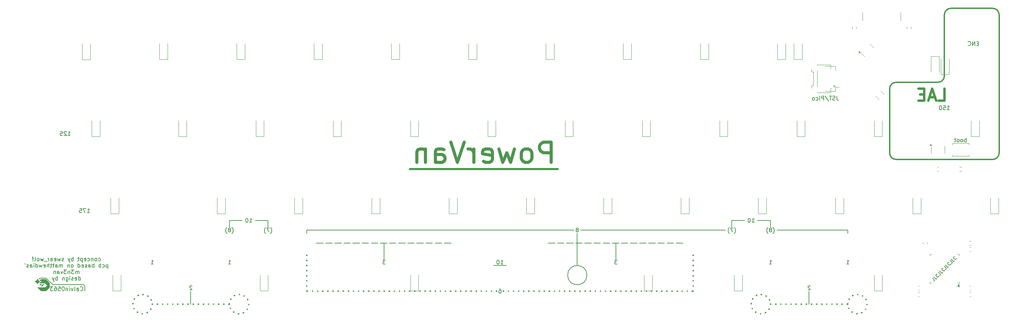
<source format=gbr>
G04 #@! TF.GenerationSoftware,KiCad,Pcbnew,8.0.8*
G04 #@! TF.CreationDate,2025-03-08T13:31:50+01:00*
G04 #@! TF.ProjectId,PowerVan,506f7765-7256-4616-9e2e-6b696361645f,rev?*
G04 #@! TF.SameCoordinates,Original*
G04 #@! TF.FileFunction,Legend,Bot*
G04 #@! TF.FilePolarity,Positive*
%FSLAX46Y46*%
G04 Gerber Fmt 4.6, Leading zero omitted, Abs format (unit mm)*
G04 Created by KiCad (PCBNEW 8.0.8) date 2025-03-08 13:31:50*
%MOMM*%
%LPD*%
G01*
G04 APERTURE LIST*
%ADD10C,0.150000*%
%ADD11C,0.300000*%
%ADD12C,0.200000*%
%ADD13C,0.500000*%
%ADD14C,0.600000*%
%ADD15C,0.800000*%
%ADD16C,0.120000*%
%ADD17C,0.000000*%
G04 APERTURE END LIST*
D10*
X377825500Y-215106500D02*
X377825500Y-215900250D01*
D11*
X377825500Y-233362750D02*
X377826255Y-233302756D01*
X378151148Y-232160728D02*
X378182085Y-232109321D01*
X379039026Y-231287473D02*
X379091682Y-231258712D01*
X380246289Y-230981828D02*
X380306262Y-230983580D01*
X381442737Y-231327391D02*
X381493624Y-231359176D01*
X382301130Y-232229646D02*
X382329012Y-232282772D01*
X382586686Y-233441817D02*
X382583939Y-233501753D01*
X382221305Y-234632363D02*
X382188679Y-234682715D01*
X381304921Y-235475655D02*
X381251339Y-235502652D01*
X380088175Y-235741045D02*
X380028293Y-235737303D01*
X378903860Y-235355946D02*
X378854057Y-235322488D01*
X378075900Y-234425686D02*
X378049797Y-234371663D01*
D10*
X349250500Y-212725250D02*
X349250500Y-214312750D01*
X231775500Y-212725250D02*
X234950500Y-212725250D01*
D11*
X388144250Y-180181500D02*
G75*
G02*
X389731750Y-178593950I1587550J0D01*
G01*
D10*
X311150500Y-215900250D02*
X311150500Y-223837750D01*
D11*
X206375500Y-233362750D02*
X206374744Y-233422743D01*
X206049851Y-234564771D02*
X206018914Y-234616178D01*
X205161973Y-235438026D02*
X205109317Y-235466787D01*
X203954710Y-235743671D02*
X203894737Y-235741919D01*
X202758262Y-235398108D02*
X202707375Y-235366323D01*
X201899869Y-234495853D02*
X201871987Y-234442727D01*
X201614313Y-233283682D02*
X201617060Y-233223746D01*
X201979694Y-232093136D02*
X202012320Y-232042784D01*
X202896078Y-231249844D02*
X202949660Y-231222847D01*
X204112824Y-230984454D02*
X204172706Y-230988196D01*
X205297139Y-231369553D02*
X205346942Y-231403011D01*
X206125099Y-232299813D02*
X206151202Y-232353836D01*
D12*
X178691861Y-227012750D02*
G75*
G02*
X178908072Y-226923179I216039J-215750D01*
G01*
D10*
X290513000Y-223837750D02*
X293688000Y-223837750D01*
X320675500Y-222250250D02*
X320675500Y-218281500D01*
D11*
X339725500Y-230187750D02*
X339725500Y-230127750D01*
X339725500Y-228927750D02*
X339725500Y-228867750D01*
X339725500Y-227667750D02*
X339725500Y-227607750D01*
X339725500Y-226407750D02*
X339725500Y-226347750D01*
X339725500Y-225147750D02*
X339725500Y-225087750D01*
X339725500Y-223887750D02*
X339725500Y-223827750D01*
X339725500Y-222627750D02*
X339725500Y-222567750D01*
X339725500Y-221367750D02*
X339725500Y-221307750D01*
D10*
X228600500Y-212725250D02*
X225425500Y-212725250D01*
D11*
X413544250Y-197644000D02*
X389731750Y-197644000D01*
X415131750Y-161925250D02*
X415131750Y-196056500D01*
D12*
X180098690Y-226923205D02*
G75*
G02*
X180314882Y-227012782I-90J-305895D01*
G01*
D11*
X388144250Y-196056500D02*
X388144250Y-180181500D01*
D10*
X263525500Y-222250250D02*
X263525500Y-218281500D01*
X313531750Y-226219000D02*
G75*
G02*
X308769250Y-226219000I-2381250J0D01*
G01*
X308769250Y-226219000D02*
G75*
G02*
X313531750Y-226219000I2381250J0D01*
G01*
X244475500Y-215106500D02*
X244475500Y-215900250D01*
D12*
X181786169Y-228484008D02*
X180314911Y-227012750D01*
D10*
X368300500Y-230187750D02*
X368300500Y-233362750D01*
D11*
X244475500Y-230187750D02*
X244475500Y-230127750D01*
X244475500Y-228927750D02*
X244475500Y-228867750D01*
X244475500Y-227667750D02*
X244475500Y-227607750D01*
X244475500Y-226407750D02*
X244475500Y-226347750D01*
X244475500Y-225147750D02*
X244475500Y-225087750D01*
X244475500Y-223887750D02*
X244475500Y-223827750D01*
X244475500Y-222627750D02*
X244475500Y-222567750D01*
X244475500Y-221367750D02*
X244475500Y-221307750D01*
D10*
X225425500Y-212725250D02*
X225425500Y-214312750D01*
D11*
X401638000Y-177006500D02*
G75*
G02*
X400050500Y-178594000I-1587500J0D01*
G01*
D10*
X304006750Y-218281500D02*
X305656750Y-218281500D01*
X306256750Y-218281500D02*
X307906750Y-218281500D01*
X308506750Y-218281500D02*
X310156750Y-218281500D01*
X310756750Y-218281500D02*
X312406750Y-218281500D01*
X313006750Y-218281500D02*
X314656750Y-218281500D01*
X315256750Y-218281500D02*
X316906750Y-218281500D01*
X317506750Y-218281500D02*
X319156750Y-218281500D01*
X319756750Y-218281500D02*
X321406750Y-218281500D01*
X322006750Y-218281500D02*
X323656750Y-218281500D01*
X324256750Y-218281500D02*
X325906750Y-218281500D01*
X326506750Y-218281500D02*
X328156750Y-218281500D01*
X328756750Y-218281500D02*
X330406750Y-218281500D01*
X331006750Y-218281500D02*
X332656750Y-218281500D01*
X333256750Y-218281500D02*
X334906750Y-218281500D01*
X335506750Y-218281500D02*
X337156750Y-218281500D01*
D11*
X415131750Y-196056500D02*
G75*
G02*
X413544250Y-197644050I-1587550J0D01*
G01*
D10*
X310356750Y-215106500D02*
X244475500Y-215106500D01*
D12*
X182066802Y-228600250D02*
X189409197Y-228600250D01*
D13*
X269875500Y-200025250D02*
X306388000Y-200025250D01*
D11*
X206375500Y-233362750D02*
X206435500Y-233362750D01*
X207635500Y-233362750D02*
X207695500Y-233362750D01*
X208895500Y-233362750D02*
X208955500Y-233362750D01*
X210155500Y-233362750D02*
X210215500Y-233362750D01*
X211415500Y-233362750D02*
X211475500Y-233362750D01*
X212675500Y-233362750D02*
X212735500Y-233362750D01*
X213935500Y-233362750D02*
X213995500Y-233362750D01*
X215195500Y-233362750D02*
X215255500Y-233362750D01*
X216455500Y-233362750D02*
X216515500Y-233362750D01*
X217715500Y-233362750D02*
X217775500Y-233362750D01*
X218975500Y-233362750D02*
X219035500Y-233362750D01*
X220235500Y-233362750D02*
X220295500Y-233362750D01*
X221495500Y-233362750D02*
X221555500Y-233362750D01*
X222755500Y-233362750D02*
X222815500Y-233362750D01*
X224015500Y-233362750D02*
X224075500Y-233362750D01*
X225275500Y-233362750D02*
X225335500Y-233362750D01*
X389731750Y-197644000D02*
G75*
G02*
X388144300Y-196056500I50J1587500D01*
G01*
X401638000Y-161925250D02*
G75*
G02*
X403225500Y-160337800I1587500J-50D01*
G01*
X401638000Y-177006500D02*
X401638000Y-161925250D01*
D10*
X360363000Y-215106500D02*
X377825500Y-215106500D01*
D11*
X413544250Y-160337750D02*
G75*
G02*
X415131750Y-161925250I-50J-1587550D01*
G01*
X291306750Y-230187750D02*
X291246750Y-230187750D01*
X290046750Y-230187750D02*
X289986750Y-230187750D01*
X288786750Y-230187750D02*
X288726750Y-230187750D01*
X287526750Y-230187750D02*
X287466750Y-230187750D01*
X286266750Y-230187750D02*
X286206750Y-230187750D01*
X285006750Y-230187750D02*
X284946750Y-230187750D01*
X283746750Y-230187750D02*
X283686750Y-230187750D01*
X282486750Y-230187750D02*
X282426750Y-230187750D01*
X281226750Y-230187750D02*
X281166750Y-230187750D01*
X279966750Y-230187750D02*
X279906750Y-230187750D01*
X278706750Y-230187750D02*
X278646750Y-230187750D01*
X277446750Y-230187750D02*
X277386750Y-230187750D01*
X276186750Y-230187750D02*
X276126750Y-230187750D01*
X274926750Y-230187750D02*
X274866750Y-230187750D01*
X273666750Y-230187750D02*
X273606750Y-230187750D01*
X272406750Y-230187750D02*
X272346750Y-230187750D01*
X271146750Y-230187750D02*
X271086750Y-230187750D01*
X269886750Y-230187750D02*
X269826750Y-230187750D01*
X268626750Y-230187750D02*
X268566750Y-230187750D01*
X267366750Y-230187750D02*
X267306750Y-230187750D01*
X266106750Y-230187750D02*
X266046750Y-230187750D01*
X264846750Y-230187750D02*
X264786750Y-230187750D01*
X263586750Y-230187750D02*
X263526750Y-230187750D01*
X262326750Y-230187750D02*
X262266750Y-230187750D01*
X261066750Y-230187750D02*
X261006750Y-230187750D01*
X259806750Y-230187750D02*
X259746750Y-230187750D01*
X258546750Y-230187750D02*
X258486750Y-230187750D01*
X257286750Y-230187750D02*
X257226750Y-230187750D01*
X256026750Y-230187750D02*
X255966750Y-230187750D01*
X254766750Y-230187750D02*
X254706750Y-230187750D01*
X253506750Y-230187750D02*
X253446750Y-230187750D01*
X252246750Y-230187750D02*
X252186750Y-230187750D01*
X250986750Y-230187750D02*
X250926750Y-230187750D01*
X249726750Y-230187750D02*
X249666750Y-230187750D01*
X248466750Y-230187750D02*
X248406750Y-230187750D01*
X247206750Y-230187750D02*
X247146750Y-230187750D01*
X245946750Y-230187750D02*
X245886750Y-230187750D01*
X244686750Y-230187750D02*
X244626750Y-230187750D01*
D10*
X215900500Y-230187750D02*
X215900500Y-233362750D01*
D12*
X182066802Y-228600250D02*
G75*
G02*
X181786194Y-228483983I-2J396750D01*
G01*
D10*
X311944250Y-215106500D02*
X347663000Y-215106500D01*
D12*
X180098690Y-226923205D02*
X178908062Y-226923205D01*
D11*
X358775500Y-233362750D02*
X358774744Y-233422743D01*
X358449851Y-234564771D02*
X358418914Y-234616178D01*
X357561973Y-235438026D02*
X357509317Y-235466787D01*
X356354710Y-235743671D02*
X356294737Y-235741919D01*
X355158262Y-235398108D02*
X355107375Y-235366323D01*
X354299869Y-234495853D02*
X354271987Y-234442727D01*
X354014313Y-233283682D02*
X354017060Y-233223746D01*
X354379694Y-232093136D02*
X354412320Y-232042784D01*
X355296078Y-231249844D02*
X355349660Y-231222847D01*
X356512824Y-230984454D02*
X356572706Y-230988196D01*
X357697139Y-231369553D02*
X357746942Y-231403011D01*
X358525099Y-232299813D02*
X358551202Y-232353836D01*
D10*
X246856750Y-218281500D02*
X248506750Y-218281500D01*
X249106750Y-218281500D02*
X250756750Y-218281500D01*
X251356750Y-218281500D02*
X253006750Y-218281500D01*
X253606750Y-218281500D02*
X255256750Y-218281500D01*
X255856750Y-218281500D02*
X257506750Y-218281500D01*
X258106750Y-218281500D02*
X259756750Y-218281500D01*
X260356750Y-218281500D02*
X262006750Y-218281500D01*
X262606750Y-218281500D02*
X264256750Y-218281500D01*
X264856750Y-218281500D02*
X266506750Y-218281500D01*
X267106750Y-218281500D02*
X268756750Y-218281500D01*
X269356750Y-218281500D02*
X271006750Y-218281500D01*
X271606750Y-218281500D02*
X273256750Y-218281500D01*
X273856750Y-218281500D02*
X275506750Y-218281500D01*
X276106750Y-218281500D02*
X277756750Y-218281500D01*
X278356750Y-218281500D02*
X280006750Y-218281500D01*
D11*
X403225500Y-160337750D02*
X413544250Y-160337750D01*
D10*
X358775500Y-212725250D02*
X358775500Y-214312750D01*
D12*
X178691861Y-227012750D02*
X178475650Y-227228961D01*
D11*
X358775500Y-233362750D02*
X358835500Y-233362750D01*
X360035500Y-233362750D02*
X360095500Y-233362750D01*
X361295500Y-233362750D02*
X361355500Y-233362750D01*
X362555500Y-233362750D02*
X362615500Y-233362750D01*
X363815500Y-233362750D02*
X363875500Y-233362750D01*
X365075500Y-233362750D02*
X365135500Y-233362750D01*
X366335500Y-233362750D02*
X366395500Y-233362750D01*
X367595500Y-233362750D02*
X367655500Y-233362750D01*
X368855500Y-233362750D02*
X368915500Y-233362750D01*
X370115500Y-233362750D02*
X370175500Y-233362750D01*
X371375500Y-233362750D02*
X371435500Y-233362750D01*
X372635500Y-233362750D02*
X372695500Y-233362750D01*
X373895500Y-233362750D02*
X373955500Y-233362750D01*
X375155500Y-233362750D02*
X375215500Y-233362750D01*
X376415500Y-233362750D02*
X376475500Y-233362750D01*
X377675500Y-233362750D02*
X377735500Y-233362750D01*
D10*
X234950500Y-212725250D02*
X234950500Y-214312750D01*
D11*
X389731750Y-178594000D02*
X400050500Y-178594000D01*
D12*
X189409197Y-228600642D02*
G75*
G02*
X189806058Y-228997518I203J-396658D01*
G01*
D10*
X352425500Y-212725250D02*
X349250500Y-212725250D01*
X355600500Y-212725250D02*
X358775500Y-212725250D01*
D11*
X206375500Y-233362750D02*
X206375500Y-233362750D01*
D12*
X189805218Y-230116655D02*
X189806073Y-228997518D01*
D11*
X292894250Y-230187750D02*
X292954250Y-230187750D01*
X294154250Y-230187750D02*
X294214250Y-230187750D01*
X295414250Y-230187750D02*
X295474250Y-230187750D01*
X296674250Y-230187750D02*
X296734250Y-230187750D01*
X297934250Y-230187750D02*
X297994250Y-230187750D01*
X299194250Y-230187750D02*
X299254250Y-230187750D01*
X300454250Y-230187750D02*
X300514250Y-230187750D01*
X301714250Y-230187750D02*
X301774250Y-230187750D01*
X302974250Y-230187750D02*
X303034250Y-230187750D01*
X304234250Y-230187750D02*
X304294250Y-230187750D01*
X305494250Y-230187750D02*
X305554250Y-230187750D01*
X306754250Y-230187750D02*
X306814250Y-230187750D01*
X308014250Y-230187750D02*
X308074250Y-230187750D01*
X309274250Y-230187750D02*
X309334250Y-230187750D01*
X310534250Y-230187750D02*
X310594250Y-230187750D01*
X311794250Y-230187750D02*
X311854250Y-230187750D01*
X313054250Y-230187750D02*
X313114250Y-230187750D01*
X314314250Y-230187750D02*
X314374250Y-230187750D01*
X315574250Y-230187750D02*
X315634250Y-230187750D01*
X316834250Y-230187750D02*
X316894250Y-230187750D01*
X318094250Y-230187750D02*
X318154250Y-230187750D01*
X319354250Y-230187750D02*
X319414250Y-230187750D01*
X320614250Y-230187750D02*
X320674250Y-230187750D01*
X321874250Y-230187750D02*
X321934250Y-230187750D01*
X323134250Y-230187750D02*
X323194250Y-230187750D01*
X324394250Y-230187750D02*
X324454250Y-230187750D01*
X325654250Y-230187750D02*
X325714250Y-230187750D01*
X326914250Y-230187750D02*
X326974250Y-230187750D01*
X328174250Y-230187750D02*
X328234250Y-230187750D01*
X329434250Y-230187750D02*
X329494250Y-230187750D01*
X330694250Y-230187750D02*
X330754250Y-230187750D01*
X331954250Y-230187750D02*
X332014250Y-230187750D01*
X333214250Y-230187750D02*
X333274250Y-230187750D01*
X334474250Y-230187750D02*
X334534250Y-230187750D01*
X335734250Y-230187750D02*
X335794250Y-230187750D01*
X336994250Y-230187750D02*
X337054250Y-230187750D01*
X338254250Y-230187750D02*
X338314250Y-230187750D01*
X339514250Y-230187750D02*
X339574250Y-230187750D01*
X225425500Y-233362750D02*
X225426255Y-233302756D01*
X225751148Y-232160728D02*
X225782085Y-232109321D01*
X226639026Y-231287473D02*
X226691682Y-231258712D01*
X227846289Y-230981828D02*
X227906262Y-230983580D01*
X229042737Y-231327391D02*
X229093624Y-231359176D01*
X229901130Y-232229646D02*
X229929012Y-232282772D01*
X230186686Y-233441817D02*
X230183939Y-233501753D01*
X229821305Y-234632363D02*
X229788679Y-234682715D01*
X228904921Y-235475655D02*
X228851339Y-235502652D01*
X227688175Y-235741045D02*
X227628293Y-235737303D01*
X226503860Y-235355946D02*
X226454057Y-235322488D01*
X225675900Y-234425686D02*
X225649797Y-234371663D01*
D12*
X292290976Y-223496219D02*
X292862404Y-223496219D01*
X292576690Y-223496219D02*
X292576690Y-222496219D01*
X292576690Y-222496219D02*
X292671928Y-222639076D01*
X292671928Y-222639076D02*
X292767166Y-222734314D01*
X292767166Y-222734314D02*
X292862404Y-222781933D01*
X291671928Y-222496219D02*
X291576690Y-222496219D01*
X291576690Y-222496219D02*
X291481452Y-222543838D01*
X291481452Y-222543838D02*
X291433833Y-222591457D01*
X291433833Y-222591457D02*
X291386214Y-222686695D01*
X291386214Y-222686695D02*
X291338595Y-222877171D01*
X291338595Y-222877171D02*
X291338595Y-223115266D01*
X291338595Y-223115266D02*
X291386214Y-223305742D01*
X291386214Y-223305742D02*
X291433833Y-223400980D01*
X291433833Y-223400980D02*
X291481452Y-223448600D01*
X291481452Y-223448600D02*
X291576690Y-223496219D01*
X291576690Y-223496219D02*
X291671928Y-223496219D01*
X291671928Y-223496219D02*
X291767166Y-223448600D01*
X291767166Y-223448600D02*
X291814785Y-223400980D01*
X291814785Y-223400980D02*
X291862404Y-223305742D01*
X291862404Y-223305742D02*
X291910023Y-223115266D01*
X291910023Y-223115266D02*
X291910023Y-222877171D01*
X291910023Y-222877171D02*
X291862404Y-222686695D01*
X291862404Y-222686695D02*
X291814785Y-222591457D01*
X291814785Y-222591457D02*
X291767166Y-222543838D01*
X291767166Y-222543838D02*
X291671928Y-222496219D01*
X368586213Y-228941457D02*
X368538594Y-228893838D01*
X368538594Y-228893838D02*
X368443356Y-228846219D01*
X368443356Y-228846219D02*
X368205261Y-228846219D01*
X368205261Y-228846219D02*
X368110023Y-228893838D01*
X368110023Y-228893838D02*
X368062404Y-228941457D01*
X368062404Y-228941457D02*
X368014785Y-229036695D01*
X368014785Y-229036695D02*
X368014785Y-229131933D01*
X368014785Y-229131933D02*
X368062404Y-229274790D01*
X368062404Y-229274790D02*
X368633832Y-229846219D01*
X368633832Y-229846219D02*
X368014785Y-229846219D01*
X188666325Y-229959730D02*
X188713944Y-230007350D01*
X188713944Y-230007350D02*
X188856801Y-230054969D01*
X188856801Y-230054969D02*
X188952039Y-230054969D01*
X188952039Y-230054969D02*
X189094896Y-230007350D01*
X189094896Y-230007350D02*
X189190134Y-229912111D01*
X189190134Y-229912111D02*
X189237753Y-229816873D01*
X189237753Y-229816873D02*
X189285372Y-229626397D01*
X189285372Y-229626397D02*
X189285372Y-229483540D01*
X189285372Y-229483540D02*
X189237753Y-229293064D01*
X189237753Y-229293064D02*
X189190134Y-229197826D01*
X189190134Y-229197826D02*
X189094896Y-229102588D01*
X189094896Y-229102588D02*
X188952039Y-229054969D01*
X188952039Y-229054969D02*
X188856801Y-229054969D01*
X188856801Y-229054969D02*
X188713944Y-229102588D01*
X188713944Y-229102588D02*
X188666325Y-229150207D01*
X187809182Y-230054969D02*
X187809182Y-229531159D01*
X187809182Y-229531159D02*
X187856801Y-229435921D01*
X187856801Y-229435921D02*
X187952039Y-229388302D01*
X187952039Y-229388302D02*
X188142515Y-229388302D01*
X188142515Y-229388302D02*
X188237753Y-229435921D01*
X187809182Y-230007350D02*
X187904420Y-230054969D01*
X187904420Y-230054969D02*
X188142515Y-230054969D01*
X188142515Y-230054969D02*
X188237753Y-230007350D01*
X188237753Y-230007350D02*
X188285372Y-229912111D01*
X188285372Y-229912111D02*
X188285372Y-229816873D01*
X188285372Y-229816873D02*
X188237753Y-229721635D01*
X188237753Y-229721635D02*
X188142515Y-229674016D01*
X188142515Y-229674016D02*
X187904420Y-229674016D01*
X187904420Y-229674016D02*
X187809182Y-229626397D01*
X187190134Y-230054969D02*
X187285372Y-230007350D01*
X187285372Y-230007350D02*
X187332991Y-229912111D01*
X187332991Y-229912111D02*
X187332991Y-229054969D01*
X186904419Y-229388302D02*
X186666324Y-230054969D01*
X186666324Y-230054969D02*
X186428229Y-229388302D01*
X186047276Y-230054969D02*
X186047276Y-229388302D01*
X186047276Y-229054969D02*
X186094895Y-229102588D01*
X186094895Y-229102588D02*
X186047276Y-229150207D01*
X186047276Y-229150207D02*
X185999657Y-229102588D01*
X185999657Y-229102588D02*
X186047276Y-229054969D01*
X186047276Y-229054969D02*
X186047276Y-229150207D01*
X185571086Y-229388302D02*
X185571086Y-230054969D01*
X185571086Y-229483540D02*
X185523467Y-229435921D01*
X185523467Y-229435921D02*
X185428229Y-229388302D01*
X185428229Y-229388302D02*
X185285372Y-229388302D01*
X185285372Y-229388302D02*
X185190134Y-229435921D01*
X185190134Y-229435921D02*
X185142515Y-229531159D01*
X185142515Y-229531159D02*
X185142515Y-230054969D01*
X184475848Y-229054969D02*
X184380610Y-229054969D01*
X184380610Y-229054969D02*
X184285372Y-229102588D01*
X184285372Y-229102588D02*
X184237753Y-229150207D01*
X184237753Y-229150207D02*
X184190134Y-229245445D01*
X184190134Y-229245445D02*
X184142515Y-229435921D01*
X184142515Y-229435921D02*
X184142515Y-229674016D01*
X184142515Y-229674016D02*
X184190134Y-229864492D01*
X184190134Y-229864492D02*
X184237753Y-229959730D01*
X184237753Y-229959730D02*
X184285372Y-230007350D01*
X184285372Y-230007350D02*
X184380610Y-230054969D01*
X184380610Y-230054969D02*
X184475848Y-230054969D01*
X184475848Y-230054969D02*
X184571086Y-230007350D01*
X184571086Y-230007350D02*
X184618705Y-229959730D01*
X184618705Y-229959730D02*
X184666324Y-229864492D01*
X184666324Y-229864492D02*
X184713943Y-229674016D01*
X184713943Y-229674016D02*
X184713943Y-229435921D01*
X184713943Y-229435921D02*
X184666324Y-229245445D01*
X184666324Y-229245445D02*
X184618705Y-229150207D01*
X184618705Y-229150207D02*
X184571086Y-229102588D01*
X184571086Y-229102588D02*
X184475848Y-229054969D01*
X183237753Y-229054969D02*
X183713943Y-229054969D01*
X183713943Y-229054969D02*
X183761562Y-229531159D01*
X183761562Y-229531159D02*
X183713943Y-229483540D01*
X183713943Y-229483540D02*
X183618705Y-229435921D01*
X183618705Y-229435921D02*
X183380610Y-229435921D01*
X183380610Y-229435921D02*
X183285372Y-229483540D01*
X183285372Y-229483540D02*
X183237753Y-229531159D01*
X183237753Y-229531159D02*
X183190134Y-229626397D01*
X183190134Y-229626397D02*
X183190134Y-229864492D01*
X183190134Y-229864492D02*
X183237753Y-229959730D01*
X183237753Y-229959730D02*
X183285372Y-230007350D01*
X183285372Y-230007350D02*
X183380610Y-230054969D01*
X183380610Y-230054969D02*
X183618705Y-230054969D01*
X183618705Y-230054969D02*
X183713943Y-230007350D01*
X183713943Y-230007350D02*
X183761562Y-229959730D01*
X182332991Y-229054969D02*
X182523467Y-229054969D01*
X182523467Y-229054969D02*
X182618705Y-229102588D01*
X182618705Y-229102588D02*
X182666324Y-229150207D01*
X182666324Y-229150207D02*
X182761562Y-229293064D01*
X182761562Y-229293064D02*
X182809181Y-229483540D01*
X182809181Y-229483540D02*
X182809181Y-229864492D01*
X182809181Y-229864492D02*
X182761562Y-229959730D01*
X182761562Y-229959730D02*
X182713943Y-230007350D01*
X182713943Y-230007350D02*
X182618705Y-230054969D01*
X182618705Y-230054969D02*
X182428229Y-230054969D01*
X182428229Y-230054969D02*
X182332991Y-230007350D01*
X182332991Y-230007350D02*
X182285372Y-229959730D01*
X182285372Y-229959730D02*
X182237753Y-229864492D01*
X182237753Y-229864492D02*
X182237753Y-229626397D01*
X182237753Y-229626397D02*
X182285372Y-229531159D01*
X182285372Y-229531159D02*
X182332991Y-229483540D01*
X182332991Y-229483540D02*
X182428229Y-229435921D01*
X182428229Y-229435921D02*
X182618705Y-229435921D01*
X182618705Y-229435921D02*
X182713943Y-229483540D01*
X182713943Y-229483540D02*
X182761562Y-229531159D01*
X182761562Y-229531159D02*
X182809181Y-229626397D01*
X181904419Y-229054969D02*
X181285372Y-229054969D01*
X181285372Y-229054969D02*
X181618705Y-229435921D01*
X181618705Y-229435921D02*
X181475848Y-229435921D01*
X181475848Y-229435921D02*
X181380610Y-229483540D01*
X181380610Y-229483540D02*
X181332991Y-229531159D01*
X181332991Y-229531159D02*
X181285372Y-229626397D01*
X181285372Y-229626397D02*
X181285372Y-229864492D01*
X181285372Y-229864492D02*
X181332991Y-229959730D01*
X181332991Y-229959730D02*
X181380610Y-230007350D01*
X181380610Y-230007350D02*
X181475848Y-230054969D01*
X181475848Y-230054969D02*
X181761562Y-230054969D01*
X181761562Y-230054969D02*
X181856800Y-230007350D01*
X181856800Y-230007350D02*
X181904419Y-229959730D01*
X359394547Y-215939671D02*
X359442166Y-215892052D01*
X359442166Y-215892052D02*
X359537404Y-215749195D01*
X359537404Y-215749195D02*
X359585023Y-215653957D01*
X359585023Y-215653957D02*
X359632642Y-215511100D01*
X359632642Y-215511100D02*
X359680261Y-215273004D01*
X359680261Y-215273004D02*
X359680261Y-215082528D01*
X359680261Y-215082528D02*
X359632642Y-214844433D01*
X359632642Y-214844433D02*
X359585023Y-214701576D01*
X359585023Y-214701576D02*
X359537404Y-214606338D01*
X359537404Y-214606338D02*
X359442166Y-214463480D01*
X359442166Y-214463480D02*
X359394547Y-214415861D01*
X358870737Y-214987290D02*
X358965975Y-214939671D01*
X358965975Y-214939671D02*
X359013594Y-214892052D01*
X359013594Y-214892052D02*
X359061213Y-214796814D01*
X359061213Y-214796814D02*
X359061213Y-214749195D01*
X359061213Y-214749195D02*
X359013594Y-214653957D01*
X359013594Y-214653957D02*
X358965975Y-214606338D01*
X358965975Y-214606338D02*
X358870737Y-214558719D01*
X358870737Y-214558719D02*
X358680261Y-214558719D01*
X358680261Y-214558719D02*
X358585023Y-214606338D01*
X358585023Y-214606338D02*
X358537404Y-214653957D01*
X358537404Y-214653957D02*
X358489785Y-214749195D01*
X358489785Y-214749195D02*
X358489785Y-214796814D01*
X358489785Y-214796814D02*
X358537404Y-214892052D01*
X358537404Y-214892052D02*
X358585023Y-214939671D01*
X358585023Y-214939671D02*
X358680261Y-214987290D01*
X358680261Y-214987290D02*
X358870737Y-214987290D01*
X358870737Y-214987290D02*
X358965975Y-215034909D01*
X358965975Y-215034909D02*
X359013594Y-215082528D01*
X359013594Y-215082528D02*
X359061213Y-215177766D01*
X359061213Y-215177766D02*
X359061213Y-215368242D01*
X359061213Y-215368242D02*
X359013594Y-215463480D01*
X359013594Y-215463480D02*
X358965975Y-215511100D01*
X358965975Y-215511100D02*
X358870737Y-215558719D01*
X358870737Y-215558719D02*
X358680261Y-215558719D01*
X358680261Y-215558719D02*
X358585023Y-215511100D01*
X358585023Y-215511100D02*
X358537404Y-215463480D01*
X358537404Y-215463480D02*
X358489785Y-215368242D01*
X358489785Y-215368242D02*
X358489785Y-215177766D01*
X358489785Y-215177766D02*
X358537404Y-215082528D01*
X358537404Y-215082528D02*
X358585023Y-215034909D01*
X358585023Y-215034909D02*
X358680261Y-214987290D01*
X358156451Y-215939671D02*
X358108832Y-215892052D01*
X358108832Y-215892052D02*
X358013594Y-215749195D01*
X358013594Y-215749195D02*
X357965975Y-215653957D01*
X357965975Y-215653957D02*
X357918356Y-215511100D01*
X357918356Y-215511100D02*
X357870737Y-215273004D01*
X357870737Y-215273004D02*
X357870737Y-215082528D01*
X357870737Y-215082528D02*
X357918356Y-214844433D01*
X357918356Y-214844433D02*
X357965975Y-214701576D01*
X357965975Y-214701576D02*
X358013594Y-214606338D01*
X358013594Y-214606338D02*
X358108832Y-214463480D01*
X358108832Y-214463480D02*
X358156451Y-214415861D01*
X195456089Y-223612080D02*
X195456089Y-224612080D01*
X195456089Y-223659699D02*
X195360851Y-223612080D01*
X195360851Y-223612080D02*
X195170375Y-223612080D01*
X195170375Y-223612080D02*
X195075137Y-223659699D01*
X195075137Y-223659699D02*
X195027518Y-223707318D01*
X195027518Y-223707318D02*
X194979899Y-223802556D01*
X194979899Y-223802556D02*
X194979899Y-224088270D01*
X194979899Y-224088270D02*
X195027518Y-224183508D01*
X195027518Y-224183508D02*
X195075137Y-224231128D01*
X195075137Y-224231128D02*
X195170375Y-224278747D01*
X195170375Y-224278747D02*
X195360851Y-224278747D01*
X195360851Y-224278747D02*
X195456089Y-224231128D01*
X194122756Y-224231128D02*
X194217994Y-224278747D01*
X194217994Y-224278747D02*
X194408470Y-224278747D01*
X194408470Y-224278747D02*
X194503708Y-224231128D01*
X194503708Y-224231128D02*
X194551327Y-224183508D01*
X194551327Y-224183508D02*
X194598946Y-224088270D01*
X194598946Y-224088270D02*
X194598946Y-223802556D01*
X194598946Y-223802556D02*
X194551327Y-223707318D01*
X194551327Y-223707318D02*
X194503708Y-223659699D01*
X194503708Y-223659699D02*
X194408470Y-223612080D01*
X194408470Y-223612080D02*
X194217994Y-223612080D01*
X194217994Y-223612080D02*
X194122756Y-223659699D01*
X193694184Y-224278747D02*
X193694184Y-223278747D01*
X193694184Y-223659699D02*
X193598946Y-223612080D01*
X193598946Y-223612080D02*
X193408470Y-223612080D01*
X193408470Y-223612080D02*
X193313232Y-223659699D01*
X193313232Y-223659699D02*
X193265613Y-223707318D01*
X193265613Y-223707318D02*
X193217994Y-223802556D01*
X193217994Y-223802556D02*
X193217994Y-224088270D01*
X193217994Y-224088270D02*
X193265613Y-224183508D01*
X193265613Y-224183508D02*
X193313232Y-224231128D01*
X193313232Y-224231128D02*
X193408470Y-224278747D01*
X193408470Y-224278747D02*
X193598946Y-224278747D01*
X193598946Y-224278747D02*
X193694184Y-224231128D01*
X192027517Y-224278747D02*
X192027517Y-223278747D01*
X192027517Y-223659699D02*
X191932279Y-223612080D01*
X191932279Y-223612080D02*
X191741803Y-223612080D01*
X191741803Y-223612080D02*
X191646565Y-223659699D01*
X191646565Y-223659699D02*
X191598946Y-223707318D01*
X191598946Y-223707318D02*
X191551327Y-223802556D01*
X191551327Y-223802556D02*
X191551327Y-224088270D01*
X191551327Y-224088270D02*
X191598946Y-224183508D01*
X191598946Y-224183508D02*
X191646565Y-224231128D01*
X191646565Y-224231128D02*
X191741803Y-224278747D01*
X191741803Y-224278747D02*
X191932279Y-224278747D01*
X191932279Y-224278747D02*
X192027517Y-224231128D01*
X190694184Y-224278747D02*
X190694184Y-223754937D01*
X190694184Y-223754937D02*
X190741803Y-223659699D01*
X190741803Y-223659699D02*
X190837041Y-223612080D01*
X190837041Y-223612080D02*
X191027517Y-223612080D01*
X191027517Y-223612080D02*
X191122755Y-223659699D01*
X190694184Y-224231128D02*
X190789422Y-224278747D01*
X190789422Y-224278747D02*
X191027517Y-224278747D01*
X191027517Y-224278747D02*
X191122755Y-224231128D01*
X191122755Y-224231128D02*
X191170374Y-224135889D01*
X191170374Y-224135889D02*
X191170374Y-224040651D01*
X191170374Y-224040651D02*
X191122755Y-223945413D01*
X191122755Y-223945413D02*
X191027517Y-223897794D01*
X191027517Y-223897794D02*
X190789422Y-223897794D01*
X190789422Y-223897794D02*
X190694184Y-223850175D01*
X190265612Y-224231128D02*
X190170374Y-224278747D01*
X190170374Y-224278747D02*
X189979898Y-224278747D01*
X189979898Y-224278747D02*
X189884660Y-224231128D01*
X189884660Y-224231128D02*
X189837041Y-224135889D01*
X189837041Y-224135889D02*
X189837041Y-224088270D01*
X189837041Y-224088270D02*
X189884660Y-223993032D01*
X189884660Y-223993032D02*
X189979898Y-223945413D01*
X189979898Y-223945413D02*
X190122755Y-223945413D01*
X190122755Y-223945413D02*
X190217993Y-223897794D01*
X190217993Y-223897794D02*
X190265612Y-223802556D01*
X190265612Y-223802556D02*
X190265612Y-223754937D01*
X190265612Y-223754937D02*
X190217993Y-223659699D01*
X190217993Y-223659699D02*
X190122755Y-223612080D01*
X190122755Y-223612080D02*
X189979898Y-223612080D01*
X189979898Y-223612080D02*
X189884660Y-223659699D01*
X189027517Y-224231128D02*
X189122755Y-224278747D01*
X189122755Y-224278747D02*
X189313231Y-224278747D01*
X189313231Y-224278747D02*
X189408469Y-224231128D01*
X189408469Y-224231128D02*
X189456088Y-224135889D01*
X189456088Y-224135889D02*
X189456088Y-223754937D01*
X189456088Y-223754937D02*
X189408469Y-223659699D01*
X189408469Y-223659699D02*
X189313231Y-223612080D01*
X189313231Y-223612080D02*
X189122755Y-223612080D01*
X189122755Y-223612080D02*
X189027517Y-223659699D01*
X189027517Y-223659699D02*
X188979898Y-223754937D01*
X188979898Y-223754937D02*
X188979898Y-223850175D01*
X188979898Y-223850175D02*
X189456088Y-223945413D01*
X188122755Y-224278747D02*
X188122755Y-223278747D01*
X188122755Y-224231128D02*
X188217993Y-224278747D01*
X188217993Y-224278747D02*
X188408469Y-224278747D01*
X188408469Y-224278747D02*
X188503707Y-224231128D01*
X188503707Y-224231128D02*
X188551326Y-224183508D01*
X188551326Y-224183508D02*
X188598945Y-224088270D01*
X188598945Y-224088270D02*
X188598945Y-223802556D01*
X188598945Y-223802556D02*
X188551326Y-223707318D01*
X188551326Y-223707318D02*
X188503707Y-223659699D01*
X188503707Y-223659699D02*
X188408469Y-223612080D01*
X188408469Y-223612080D02*
X188217993Y-223612080D01*
X188217993Y-223612080D02*
X188122755Y-223659699D01*
X186741802Y-224278747D02*
X186837040Y-224231128D01*
X186837040Y-224231128D02*
X186884659Y-224183508D01*
X186884659Y-224183508D02*
X186932278Y-224088270D01*
X186932278Y-224088270D02*
X186932278Y-223802556D01*
X186932278Y-223802556D02*
X186884659Y-223707318D01*
X186884659Y-223707318D02*
X186837040Y-223659699D01*
X186837040Y-223659699D02*
X186741802Y-223612080D01*
X186741802Y-223612080D02*
X186598945Y-223612080D01*
X186598945Y-223612080D02*
X186503707Y-223659699D01*
X186503707Y-223659699D02*
X186456088Y-223707318D01*
X186456088Y-223707318D02*
X186408469Y-223802556D01*
X186408469Y-223802556D02*
X186408469Y-224088270D01*
X186408469Y-224088270D02*
X186456088Y-224183508D01*
X186456088Y-224183508D02*
X186503707Y-224231128D01*
X186503707Y-224231128D02*
X186598945Y-224278747D01*
X186598945Y-224278747D02*
X186741802Y-224278747D01*
X185979897Y-223612080D02*
X185979897Y-224278747D01*
X185979897Y-223707318D02*
X185932278Y-223659699D01*
X185932278Y-223659699D02*
X185837040Y-223612080D01*
X185837040Y-223612080D02*
X185694183Y-223612080D01*
X185694183Y-223612080D02*
X185598945Y-223659699D01*
X185598945Y-223659699D02*
X185551326Y-223754937D01*
X185551326Y-223754937D02*
X185551326Y-224278747D01*
X184313230Y-224278747D02*
X184313230Y-223612080D01*
X184313230Y-223707318D02*
X184265611Y-223659699D01*
X184265611Y-223659699D02*
X184170373Y-223612080D01*
X184170373Y-223612080D02*
X184027516Y-223612080D01*
X184027516Y-223612080D02*
X183932278Y-223659699D01*
X183932278Y-223659699D02*
X183884659Y-223754937D01*
X183884659Y-223754937D02*
X183884659Y-224278747D01*
X183884659Y-223754937D02*
X183837040Y-223659699D01*
X183837040Y-223659699D02*
X183741802Y-223612080D01*
X183741802Y-223612080D02*
X183598945Y-223612080D01*
X183598945Y-223612080D02*
X183503706Y-223659699D01*
X183503706Y-223659699D02*
X183456087Y-223754937D01*
X183456087Y-223754937D02*
X183456087Y-224278747D01*
X182551326Y-224278747D02*
X182551326Y-223754937D01*
X182551326Y-223754937D02*
X182598945Y-223659699D01*
X182598945Y-223659699D02*
X182694183Y-223612080D01*
X182694183Y-223612080D02*
X182884659Y-223612080D01*
X182884659Y-223612080D02*
X182979897Y-223659699D01*
X182551326Y-224231128D02*
X182646564Y-224278747D01*
X182646564Y-224278747D02*
X182884659Y-224278747D01*
X182884659Y-224278747D02*
X182979897Y-224231128D01*
X182979897Y-224231128D02*
X183027516Y-224135889D01*
X183027516Y-224135889D02*
X183027516Y-224040651D01*
X183027516Y-224040651D02*
X182979897Y-223945413D01*
X182979897Y-223945413D02*
X182884659Y-223897794D01*
X182884659Y-223897794D02*
X182646564Y-223897794D01*
X182646564Y-223897794D02*
X182551326Y-223850175D01*
X182217992Y-223612080D02*
X181837040Y-223612080D01*
X182075135Y-223278747D02*
X182075135Y-224135889D01*
X182075135Y-224135889D02*
X182027516Y-224231128D01*
X182027516Y-224231128D02*
X181932278Y-224278747D01*
X181932278Y-224278747D02*
X181837040Y-224278747D01*
X181646563Y-223612080D02*
X181265611Y-223612080D01*
X181503706Y-223278747D02*
X181503706Y-224135889D01*
X181503706Y-224135889D02*
X181456087Y-224231128D01*
X181456087Y-224231128D02*
X181360849Y-224278747D01*
X181360849Y-224278747D02*
X181265611Y-224278747D01*
X180932277Y-224278747D02*
X180932277Y-223278747D01*
X180503706Y-224278747D02*
X180503706Y-223754937D01*
X180503706Y-223754937D02*
X180551325Y-223659699D01*
X180551325Y-223659699D02*
X180646563Y-223612080D01*
X180646563Y-223612080D02*
X180789420Y-223612080D01*
X180789420Y-223612080D02*
X180884658Y-223659699D01*
X180884658Y-223659699D02*
X180932277Y-223707318D01*
X179646563Y-224231128D02*
X179741801Y-224278747D01*
X179741801Y-224278747D02*
X179932277Y-224278747D01*
X179932277Y-224278747D02*
X180027515Y-224231128D01*
X180027515Y-224231128D02*
X180075134Y-224135889D01*
X180075134Y-224135889D02*
X180075134Y-223754937D01*
X180075134Y-223754937D02*
X180027515Y-223659699D01*
X180027515Y-223659699D02*
X179932277Y-223612080D01*
X179932277Y-223612080D02*
X179741801Y-223612080D01*
X179741801Y-223612080D02*
X179646563Y-223659699D01*
X179646563Y-223659699D02*
X179598944Y-223754937D01*
X179598944Y-223754937D02*
X179598944Y-223850175D01*
X179598944Y-223850175D02*
X180075134Y-223945413D01*
X179265610Y-223612080D02*
X179075134Y-224278747D01*
X179075134Y-224278747D02*
X178884658Y-223802556D01*
X178884658Y-223802556D02*
X178694182Y-224278747D01*
X178694182Y-224278747D02*
X178503706Y-223612080D01*
X177694182Y-224278747D02*
X177694182Y-223278747D01*
X177694182Y-224231128D02*
X177789420Y-224278747D01*
X177789420Y-224278747D02*
X177979896Y-224278747D01*
X177979896Y-224278747D02*
X178075134Y-224231128D01*
X178075134Y-224231128D02*
X178122753Y-224183508D01*
X178122753Y-224183508D02*
X178170372Y-224088270D01*
X178170372Y-224088270D02*
X178170372Y-223802556D01*
X178170372Y-223802556D02*
X178122753Y-223707318D01*
X178122753Y-223707318D02*
X178075134Y-223659699D01*
X178075134Y-223659699D02*
X177979896Y-223612080D01*
X177979896Y-223612080D02*
X177789420Y-223612080D01*
X177789420Y-223612080D02*
X177694182Y-223659699D01*
X177217991Y-224278747D02*
X177217991Y-223612080D01*
X177217991Y-223278747D02*
X177265610Y-223326366D01*
X177265610Y-223326366D02*
X177217991Y-223373985D01*
X177217991Y-223373985D02*
X177170372Y-223326366D01*
X177170372Y-223326366D02*
X177217991Y-223278747D01*
X177217991Y-223278747D02*
X177217991Y-223373985D01*
X176313230Y-224278747D02*
X176313230Y-223754937D01*
X176313230Y-223754937D02*
X176360849Y-223659699D01*
X176360849Y-223659699D02*
X176456087Y-223612080D01*
X176456087Y-223612080D02*
X176646563Y-223612080D01*
X176646563Y-223612080D02*
X176741801Y-223659699D01*
X176313230Y-224231128D02*
X176408468Y-224278747D01*
X176408468Y-224278747D02*
X176646563Y-224278747D01*
X176646563Y-224278747D02*
X176741801Y-224231128D01*
X176741801Y-224231128D02*
X176789420Y-224135889D01*
X176789420Y-224135889D02*
X176789420Y-224040651D01*
X176789420Y-224040651D02*
X176741801Y-223945413D01*
X176741801Y-223945413D02*
X176646563Y-223897794D01*
X176646563Y-223897794D02*
X176408468Y-223897794D01*
X176408468Y-223897794D02*
X176313230Y-223850175D01*
X175884658Y-224231128D02*
X175789420Y-224278747D01*
X175789420Y-224278747D02*
X175598944Y-224278747D01*
X175598944Y-224278747D02*
X175503706Y-224231128D01*
X175503706Y-224231128D02*
X175456087Y-224135889D01*
X175456087Y-224135889D02*
X175456087Y-224088270D01*
X175456087Y-224088270D02*
X175503706Y-223993032D01*
X175503706Y-223993032D02*
X175598944Y-223945413D01*
X175598944Y-223945413D02*
X175741801Y-223945413D01*
X175741801Y-223945413D02*
X175837039Y-223897794D01*
X175837039Y-223897794D02*
X175884658Y-223802556D01*
X175884658Y-223802556D02*
X175884658Y-223754937D01*
X175884658Y-223754937D02*
X175837039Y-223659699D01*
X175837039Y-223659699D02*
X175741801Y-223612080D01*
X175741801Y-223612080D02*
X175598944Y-223612080D01*
X175598944Y-223612080D02*
X175503706Y-223659699D01*
X174979896Y-223278747D02*
X175075134Y-223469223D01*
X188360850Y-225888691D02*
X188360850Y-225222024D01*
X188360850Y-225317262D02*
X188313231Y-225269643D01*
X188313231Y-225269643D02*
X188217993Y-225222024D01*
X188217993Y-225222024D02*
X188075136Y-225222024D01*
X188075136Y-225222024D02*
X187979898Y-225269643D01*
X187979898Y-225269643D02*
X187932279Y-225364881D01*
X187932279Y-225364881D02*
X187932279Y-225888691D01*
X187932279Y-225364881D02*
X187884660Y-225269643D01*
X187884660Y-225269643D02*
X187789422Y-225222024D01*
X187789422Y-225222024D02*
X187646565Y-225222024D01*
X187646565Y-225222024D02*
X187551326Y-225269643D01*
X187551326Y-225269643D02*
X187503707Y-225364881D01*
X187503707Y-225364881D02*
X187503707Y-225888691D01*
X187122755Y-224888691D02*
X186503708Y-224888691D01*
X186503708Y-224888691D02*
X186837041Y-225269643D01*
X186837041Y-225269643D02*
X186694184Y-225269643D01*
X186694184Y-225269643D02*
X186598946Y-225317262D01*
X186598946Y-225317262D02*
X186551327Y-225364881D01*
X186551327Y-225364881D02*
X186503708Y-225460119D01*
X186503708Y-225460119D02*
X186503708Y-225698214D01*
X186503708Y-225698214D02*
X186551327Y-225793452D01*
X186551327Y-225793452D02*
X186598946Y-225841072D01*
X186598946Y-225841072D02*
X186694184Y-225888691D01*
X186694184Y-225888691D02*
X186979898Y-225888691D01*
X186979898Y-225888691D02*
X187075136Y-225841072D01*
X187075136Y-225841072D02*
X187122755Y-225793452D01*
X186075136Y-225222024D02*
X186075136Y-225888691D01*
X186075136Y-225317262D02*
X186027517Y-225269643D01*
X186027517Y-225269643D02*
X185932279Y-225222024D01*
X185932279Y-225222024D02*
X185789422Y-225222024D01*
X185789422Y-225222024D02*
X185694184Y-225269643D01*
X185694184Y-225269643D02*
X185646565Y-225364881D01*
X185646565Y-225364881D02*
X185646565Y-225888691D01*
X185265612Y-224888691D02*
X184646565Y-224888691D01*
X184646565Y-224888691D02*
X184979898Y-225269643D01*
X184979898Y-225269643D02*
X184837041Y-225269643D01*
X184837041Y-225269643D02*
X184741803Y-225317262D01*
X184741803Y-225317262D02*
X184694184Y-225364881D01*
X184694184Y-225364881D02*
X184646565Y-225460119D01*
X184646565Y-225460119D02*
X184646565Y-225698214D01*
X184646565Y-225698214D02*
X184694184Y-225793452D01*
X184694184Y-225793452D02*
X184741803Y-225841072D01*
X184741803Y-225841072D02*
X184837041Y-225888691D01*
X184837041Y-225888691D02*
X185122755Y-225888691D01*
X185122755Y-225888691D02*
X185217993Y-225841072D01*
X185217993Y-225841072D02*
X185265612Y-225793452D01*
X184313231Y-225222024D02*
X184075136Y-225888691D01*
X184075136Y-225888691D02*
X183837041Y-225222024D01*
X183027517Y-225888691D02*
X183027517Y-225364881D01*
X183027517Y-225364881D02*
X183075136Y-225269643D01*
X183075136Y-225269643D02*
X183170374Y-225222024D01*
X183170374Y-225222024D02*
X183360850Y-225222024D01*
X183360850Y-225222024D02*
X183456088Y-225269643D01*
X183027517Y-225841072D02*
X183122755Y-225888691D01*
X183122755Y-225888691D02*
X183360850Y-225888691D01*
X183360850Y-225888691D02*
X183456088Y-225841072D01*
X183456088Y-225841072D02*
X183503707Y-225745833D01*
X183503707Y-225745833D02*
X183503707Y-225650595D01*
X183503707Y-225650595D02*
X183456088Y-225555357D01*
X183456088Y-225555357D02*
X183360850Y-225507738D01*
X183360850Y-225507738D02*
X183122755Y-225507738D01*
X183122755Y-225507738D02*
X183027517Y-225460119D01*
X182551326Y-225222024D02*
X182551326Y-225888691D01*
X182551326Y-225317262D02*
X182503707Y-225269643D01*
X182503707Y-225269643D02*
X182408469Y-225222024D01*
X182408469Y-225222024D02*
X182265612Y-225222024D01*
X182265612Y-225222024D02*
X182170374Y-225269643D01*
X182170374Y-225269643D02*
X182122755Y-225364881D01*
X182122755Y-225364881D02*
X182122755Y-225888691D01*
X216186213Y-228941457D02*
X216138594Y-228893838D01*
X216138594Y-228893838D02*
X216043356Y-228846219D01*
X216043356Y-228846219D02*
X215805261Y-228846219D01*
X215805261Y-228846219D02*
X215710023Y-228893838D01*
X215710023Y-228893838D02*
X215662404Y-228941457D01*
X215662404Y-228941457D02*
X215614785Y-229036695D01*
X215614785Y-229036695D02*
X215614785Y-229131933D01*
X215614785Y-229131933D02*
X215662404Y-229274790D01*
X215662404Y-229274790D02*
X216233832Y-229846219D01*
X216233832Y-229846219D02*
X215614785Y-229846219D01*
X291910023Y-229639969D02*
X292100499Y-229639969D01*
X292100499Y-229639969D02*
X292195737Y-229687588D01*
X292195737Y-229687588D02*
X292243356Y-229735207D01*
X292243356Y-229735207D02*
X292338594Y-229878064D01*
X292338594Y-229878064D02*
X292386213Y-230068540D01*
X292386213Y-230068540D02*
X292386213Y-230449492D01*
X292386213Y-230449492D02*
X292338594Y-230544730D01*
X292338594Y-230544730D02*
X292290975Y-230592350D01*
X292290975Y-230592350D02*
X292195737Y-230639969D01*
X292195737Y-230639969D02*
X292005261Y-230639969D01*
X292005261Y-230639969D02*
X291910023Y-230592350D01*
X291910023Y-230592350D02*
X291862404Y-230544730D01*
X291862404Y-230544730D02*
X291814785Y-230449492D01*
X291814785Y-230449492D02*
X291814785Y-230211397D01*
X291814785Y-230211397D02*
X291862404Y-230116159D01*
X291862404Y-230116159D02*
X291910023Y-230068540D01*
X291910023Y-230068540D02*
X292005261Y-230020921D01*
X292005261Y-230020921D02*
X292195737Y-230020921D01*
X292195737Y-230020921D02*
X292290975Y-230068540D01*
X292290975Y-230068540D02*
X292338594Y-230116159D01*
X292338594Y-230116159D02*
X292386213Y-230211397D01*
X263858832Y-222496219D02*
X263239785Y-222496219D01*
X263239785Y-222496219D02*
X263573118Y-222877171D01*
X263573118Y-222877171D02*
X263430261Y-222877171D01*
X263430261Y-222877171D02*
X263335023Y-222924790D01*
X263335023Y-222924790D02*
X263287404Y-222972409D01*
X263287404Y-222972409D02*
X263239785Y-223067647D01*
X263239785Y-223067647D02*
X263239785Y-223305742D01*
X263239785Y-223305742D02*
X263287404Y-223400980D01*
X263287404Y-223400980D02*
X263335023Y-223448600D01*
X263335023Y-223448600D02*
X263430261Y-223496219D01*
X263430261Y-223496219D02*
X263715975Y-223496219D01*
X263715975Y-223496219D02*
X263811213Y-223448600D01*
X263811213Y-223448600D02*
X263858832Y-223400980D01*
X377539785Y-223496219D02*
X378111213Y-223496219D01*
X377825499Y-223496219D02*
X377825499Y-222496219D01*
X377825499Y-222496219D02*
X377920737Y-222639076D01*
X377920737Y-222639076D02*
X378015975Y-222734314D01*
X378015975Y-222734314D02*
X378111213Y-222781933D01*
X190373416Y-210796219D02*
X190944844Y-210796219D01*
X190659130Y-210796219D02*
X190659130Y-209796219D01*
X190659130Y-209796219D02*
X190754368Y-209939076D01*
X190754368Y-209939076D02*
X190849606Y-210034314D01*
X190849606Y-210034314D02*
X190944844Y-210081933D01*
X190040082Y-209796219D02*
X189373416Y-209796219D01*
X189373416Y-209796219D02*
X189801987Y-210796219D01*
X188516273Y-209796219D02*
X188992463Y-209796219D01*
X188992463Y-209796219D02*
X189040082Y-210272409D01*
X189040082Y-210272409D02*
X188992463Y-210224790D01*
X188992463Y-210224790D02*
X188897225Y-210177171D01*
X188897225Y-210177171D02*
X188659130Y-210177171D01*
X188659130Y-210177171D02*
X188563892Y-210224790D01*
X188563892Y-210224790D02*
X188516273Y-210272409D01*
X188516273Y-210272409D02*
X188468654Y-210367647D01*
X188468654Y-210367647D02*
X188468654Y-210605742D01*
X188468654Y-210605742D02*
X188516273Y-210700980D01*
X188516273Y-210700980D02*
X188563892Y-210748600D01*
X188563892Y-210748600D02*
X188659130Y-210796219D01*
X188659130Y-210796219D02*
X188897225Y-210796219D01*
X188897225Y-210796219D02*
X188992463Y-210748600D01*
X188992463Y-210748600D02*
X189040082Y-210700980D01*
X321008832Y-222496219D02*
X320389785Y-222496219D01*
X320389785Y-222496219D02*
X320723118Y-222877171D01*
X320723118Y-222877171D02*
X320580261Y-222877171D01*
X320580261Y-222877171D02*
X320485023Y-222924790D01*
X320485023Y-222924790D02*
X320437404Y-222972409D01*
X320437404Y-222972409D02*
X320389785Y-223067647D01*
X320389785Y-223067647D02*
X320389785Y-223305742D01*
X320389785Y-223305742D02*
X320437404Y-223400980D01*
X320437404Y-223400980D02*
X320485023Y-223448600D01*
X320485023Y-223448600D02*
X320580261Y-223496219D01*
X320580261Y-223496219D02*
X320865975Y-223496219D01*
X320865975Y-223496219D02*
X320961213Y-223448600D01*
X320961213Y-223448600D02*
X321008832Y-223400980D01*
X358489785Y-223496219D02*
X359061213Y-223496219D01*
X358775499Y-223496219D02*
X358775499Y-222496219D01*
X358775499Y-222496219D02*
X358870737Y-222639076D01*
X358870737Y-222639076D02*
X358965975Y-222734314D01*
X358965975Y-222734314D02*
X359061213Y-222781933D01*
X230378476Y-213177469D02*
X230949904Y-213177469D01*
X230664190Y-213177469D02*
X230664190Y-212177469D01*
X230664190Y-212177469D02*
X230759428Y-212320326D01*
X230759428Y-212320326D02*
X230854666Y-212415564D01*
X230854666Y-212415564D02*
X230949904Y-212463183D01*
X229759428Y-212177469D02*
X229664190Y-212177469D01*
X229664190Y-212177469D02*
X229568952Y-212225088D01*
X229568952Y-212225088D02*
X229521333Y-212272707D01*
X229521333Y-212272707D02*
X229473714Y-212367945D01*
X229473714Y-212367945D02*
X229426095Y-212558421D01*
X229426095Y-212558421D02*
X229426095Y-212796516D01*
X229426095Y-212796516D02*
X229473714Y-212986992D01*
X229473714Y-212986992D02*
X229521333Y-213082230D01*
X229521333Y-213082230D02*
X229568952Y-213129850D01*
X229568952Y-213129850D02*
X229664190Y-213177469D01*
X229664190Y-213177469D02*
X229759428Y-213177469D01*
X229759428Y-213177469D02*
X229854666Y-213129850D01*
X229854666Y-213129850D02*
X229902285Y-213082230D01*
X229902285Y-213082230D02*
X229949904Y-212986992D01*
X229949904Y-212986992D02*
X229997523Y-212796516D01*
X229997523Y-212796516D02*
X229997523Y-212558421D01*
X229997523Y-212558421D02*
X229949904Y-212367945D01*
X229949904Y-212367945D02*
X229902285Y-212272707D01*
X229902285Y-212272707D02*
X229854666Y-212225088D01*
X229854666Y-212225088D02*
X229759428Y-212177469D01*
X188217993Y-227464969D02*
X188217993Y-226464969D01*
X188217993Y-227417350D02*
X188313231Y-227464969D01*
X188313231Y-227464969D02*
X188503707Y-227464969D01*
X188503707Y-227464969D02*
X188598945Y-227417350D01*
X188598945Y-227417350D02*
X188646564Y-227369730D01*
X188646564Y-227369730D02*
X188694183Y-227274492D01*
X188694183Y-227274492D02*
X188694183Y-226988778D01*
X188694183Y-226988778D02*
X188646564Y-226893540D01*
X188646564Y-226893540D02*
X188598945Y-226845921D01*
X188598945Y-226845921D02*
X188503707Y-226798302D01*
X188503707Y-226798302D02*
X188313231Y-226798302D01*
X188313231Y-226798302D02*
X188217993Y-226845921D01*
X187360850Y-227417350D02*
X187456088Y-227464969D01*
X187456088Y-227464969D02*
X187646564Y-227464969D01*
X187646564Y-227464969D02*
X187741802Y-227417350D01*
X187741802Y-227417350D02*
X187789421Y-227322111D01*
X187789421Y-227322111D02*
X187789421Y-226941159D01*
X187789421Y-226941159D02*
X187741802Y-226845921D01*
X187741802Y-226845921D02*
X187646564Y-226798302D01*
X187646564Y-226798302D02*
X187456088Y-226798302D01*
X187456088Y-226798302D02*
X187360850Y-226845921D01*
X187360850Y-226845921D02*
X187313231Y-226941159D01*
X187313231Y-226941159D02*
X187313231Y-227036397D01*
X187313231Y-227036397D02*
X187789421Y-227131635D01*
X186932278Y-227417350D02*
X186837040Y-227464969D01*
X186837040Y-227464969D02*
X186646564Y-227464969D01*
X186646564Y-227464969D02*
X186551326Y-227417350D01*
X186551326Y-227417350D02*
X186503707Y-227322111D01*
X186503707Y-227322111D02*
X186503707Y-227274492D01*
X186503707Y-227274492D02*
X186551326Y-227179254D01*
X186551326Y-227179254D02*
X186646564Y-227131635D01*
X186646564Y-227131635D02*
X186789421Y-227131635D01*
X186789421Y-227131635D02*
X186884659Y-227084016D01*
X186884659Y-227084016D02*
X186932278Y-226988778D01*
X186932278Y-226988778D02*
X186932278Y-226941159D01*
X186932278Y-226941159D02*
X186884659Y-226845921D01*
X186884659Y-226845921D02*
X186789421Y-226798302D01*
X186789421Y-226798302D02*
X186646564Y-226798302D01*
X186646564Y-226798302D02*
X186551326Y-226845921D01*
X186075135Y-227464969D02*
X186075135Y-226798302D01*
X186075135Y-226464969D02*
X186122754Y-226512588D01*
X186122754Y-226512588D02*
X186075135Y-226560207D01*
X186075135Y-226560207D02*
X186027516Y-226512588D01*
X186027516Y-226512588D02*
X186075135Y-226464969D01*
X186075135Y-226464969D02*
X186075135Y-226560207D01*
X185170374Y-226798302D02*
X185170374Y-227607826D01*
X185170374Y-227607826D02*
X185217993Y-227703064D01*
X185217993Y-227703064D02*
X185265612Y-227750683D01*
X185265612Y-227750683D02*
X185360850Y-227798302D01*
X185360850Y-227798302D02*
X185503707Y-227798302D01*
X185503707Y-227798302D02*
X185598945Y-227750683D01*
X185170374Y-227417350D02*
X185265612Y-227464969D01*
X185265612Y-227464969D02*
X185456088Y-227464969D01*
X185456088Y-227464969D02*
X185551326Y-227417350D01*
X185551326Y-227417350D02*
X185598945Y-227369730D01*
X185598945Y-227369730D02*
X185646564Y-227274492D01*
X185646564Y-227274492D02*
X185646564Y-226988778D01*
X185646564Y-226988778D02*
X185598945Y-226893540D01*
X185598945Y-226893540D02*
X185551326Y-226845921D01*
X185551326Y-226845921D02*
X185456088Y-226798302D01*
X185456088Y-226798302D02*
X185265612Y-226798302D01*
X185265612Y-226798302D02*
X185170374Y-226845921D01*
X184694183Y-226798302D02*
X184694183Y-227464969D01*
X184694183Y-226893540D02*
X184646564Y-226845921D01*
X184646564Y-226845921D02*
X184551326Y-226798302D01*
X184551326Y-226798302D02*
X184408469Y-226798302D01*
X184408469Y-226798302D02*
X184313231Y-226845921D01*
X184313231Y-226845921D02*
X184265612Y-226941159D01*
X184265612Y-226941159D02*
X184265612Y-227464969D01*
X183027516Y-227464969D02*
X183027516Y-226464969D01*
X183027516Y-226845921D02*
X182932278Y-226798302D01*
X182932278Y-226798302D02*
X182741802Y-226798302D01*
X182741802Y-226798302D02*
X182646564Y-226845921D01*
X182646564Y-226845921D02*
X182598945Y-226893540D01*
X182598945Y-226893540D02*
X182551326Y-226988778D01*
X182551326Y-226988778D02*
X182551326Y-227274492D01*
X182551326Y-227274492D02*
X182598945Y-227369730D01*
X182598945Y-227369730D02*
X182646564Y-227417350D01*
X182646564Y-227417350D02*
X182741802Y-227464969D01*
X182741802Y-227464969D02*
X182932278Y-227464969D01*
X182932278Y-227464969D02*
X183027516Y-227417350D01*
X182217992Y-226798302D02*
X181979897Y-227464969D01*
X181741802Y-226798302D02*
X181979897Y-227464969D01*
X181979897Y-227464969D02*
X182075135Y-227703064D01*
X182075135Y-227703064D02*
X182122754Y-227750683D01*
X182122754Y-227750683D02*
X182217992Y-227798302D01*
X375126392Y-182014969D02*
X375126392Y-182729254D01*
X375126392Y-182729254D02*
X375174011Y-182872111D01*
X375174011Y-182872111D02*
X375269249Y-182967350D01*
X375269249Y-182967350D02*
X375412106Y-183014969D01*
X375412106Y-183014969D02*
X375507344Y-183014969D01*
X374697820Y-182967350D02*
X374554963Y-183014969D01*
X374554963Y-183014969D02*
X374316868Y-183014969D01*
X374316868Y-183014969D02*
X374221630Y-182967350D01*
X374221630Y-182967350D02*
X374174011Y-182919730D01*
X374174011Y-182919730D02*
X374126392Y-182824492D01*
X374126392Y-182824492D02*
X374126392Y-182729254D01*
X374126392Y-182729254D02*
X374174011Y-182634016D01*
X374174011Y-182634016D02*
X374221630Y-182586397D01*
X374221630Y-182586397D02*
X374316868Y-182538778D01*
X374316868Y-182538778D02*
X374507344Y-182491159D01*
X374507344Y-182491159D02*
X374602582Y-182443540D01*
X374602582Y-182443540D02*
X374650201Y-182395921D01*
X374650201Y-182395921D02*
X374697820Y-182300683D01*
X374697820Y-182300683D02*
X374697820Y-182205445D01*
X374697820Y-182205445D02*
X374650201Y-182110207D01*
X374650201Y-182110207D02*
X374602582Y-182062588D01*
X374602582Y-182062588D02*
X374507344Y-182014969D01*
X374507344Y-182014969D02*
X374269249Y-182014969D01*
X374269249Y-182014969D02*
X374126392Y-182062588D01*
X373840677Y-182014969D02*
X373269249Y-182014969D01*
X373554963Y-183014969D02*
X373554963Y-182014969D01*
X372221630Y-181967350D02*
X373078772Y-183253064D01*
X371888296Y-183014969D02*
X371888296Y-182014969D01*
X371888296Y-182014969D02*
X371507344Y-182014969D01*
X371507344Y-182014969D02*
X371412106Y-182062588D01*
X371412106Y-182062588D02*
X371364487Y-182110207D01*
X371364487Y-182110207D02*
X371316868Y-182205445D01*
X371316868Y-182205445D02*
X371316868Y-182348302D01*
X371316868Y-182348302D02*
X371364487Y-182443540D01*
X371364487Y-182443540D02*
X371412106Y-182491159D01*
X371412106Y-182491159D02*
X371507344Y-182538778D01*
X371507344Y-182538778D02*
X371888296Y-182538778D01*
X370888296Y-183014969D02*
X370888296Y-182348302D01*
X370888296Y-182014969D02*
X370935915Y-182062588D01*
X370935915Y-182062588D02*
X370888296Y-182110207D01*
X370888296Y-182110207D02*
X370840677Y-182062588D01*
X370840677Y-182062588D02*
X370888296Y-182014969D01*
X370888296Y-182014969D02*
X370888296Y-182110207D01*
X369983535Y-182967350D02*
X370078773Y-183014969D01*
X370078773Y-183014969D02*
X370269249Y-183014969D01*
X370269249Y-183014969D02*
X370364487Y-182967350D01*
X370364487Y-182967350D02*
X370412106Y-182919730D01*
X370412106Y-182919730D02*
X370459725Y-182824492D01*
X370459725Y-182824492D02*
X370459725Y-182538778D01*
X370459725Y-182538778D02*
X370412106Y-182443540D01*
X370412106Y-182443540D02*
X370364487Y-182395921D01*
X370364487Y-182395921D02*
X370269249Y-182348302D01*
X370269249Y-182348302D02*
X370078773Y-182348302D01*
X370078773Y-182348302D02*
X369983535Y-182395921D01*
X369412106Y-183014969D02*
X369507344Y-182967350D01*
X369507344Y-182967350D02*
X369554963Y-182919730D01*
X369554963Y-182919730D02*
X369602582Y-182824492D01*
X369602582Y-182824492D02*
X369602582Y-182538778D01*
X369602582Y-182538778D02*
X369554963Y-182443540D01*
X369554963Y-182443540D02*
X369507344Y-182395921D01*
X369507344Y-182395921D02*
X369412106Y-182348302D01*
X369412106Y-182348302D02*
X369269249Y-182348302D01*
X369269249Y-182348302D02*
X369174011Y-182395921D01*
X369174011Y-182395921D02*
X369126392Y-182443540D01*
X369126392Y-182443540D02*
X369078773Y-182538778D01*
X369078773Y-182538778D02*
X369078773Y-182824492D01*
X369078773Y-182824492D02*
X369126392Y-182919730D01*
X369126392Y-182919730D02*
X369174011Y-182967350D01*
X369174011Y-182967350D02*
X369269249Y-183014969D01*
X369269249Y-183014969D02*
X369412106Y-183014969D01*
X407011511Y-193333719D02*
X407011511Y-192333719D01*
X407011511Y-192714671D02*
X406916273Y-192667052D01*
X406916273Y-192667052D02*
X406725797Y-192667052D01*
X406725797Y-192667052D02*
X406630559Y-192714671D01*
X406630559Y-192714671D02*
X406582940Y-192762290D01*
X406582940Y-192762290D02*
X406535321Y-192857528D01*
X406535321Y-192857528D02*
X406535321Y-193143242D01*
X406535321Y-193143242D02*
X406582940Y-193238480D01*
X406582940Y-193238480D02*
X406630559Y-193286100D01*
X406630559Y-193286100D02*
X406725797Y-193333719D01*
X406725797Y-193333719D02*
X406916273Y-193333719D01*
X406916273Y-193333719D02*
X407011511Y-193286100D01*
X405963892Y-193333719D02*
X406059130Y-193286100D01*
X406059130Y-193286100D02*
X406106749Y-193238480D01*
X406106749Y-193238480D02*
X406154368Y-193143242D01*
X406154368Y-193143242D02*
X406154368Y-192857528D01*
X406154368Y-192857528D02*
X406106749Y-192762290D01*
X406106749Y-192762290D02*
X406059130Y-192714671D01*
X406059130Y-192714671D02*
X405963892Y-192667052D01*
X405963892Y-192667052D02*
X405821035Y-192667052D01*
X405821035Y-192667052D02*
X405725797Y-192714671D01*
X405725797Y-192714671D02*
X405678178Y-192762290D01*
X405678178Y-192762290D02*
X405630559Y-192857528D01*
X405630559Y-192857528D02*
X405630559Y-193143242D01*
X405630559Y-193143242D02*
X405678178Y-193238480D01*
X405678178Y-193238480D02*
X405725797Y-193286100D01*
X405725797Y-193286100D02*
X405821035Y-193333719D01*
X405821035Y-193333719D02*
X405963892Y-193333719D01*
X405059130Y-193333719D02*
X405154368Y-193286100D01*
X405154368Y-193286100D02*
X405201987Y-193238480D01*
X405201987Y-193238480D02*
X405249606Y-193143242D01*
X405249606Y-193143242D02*
X405249606Y-192857528D01*
X405249606Y-192857528D02*
X405201987Y-192762290D01*
X405201987Y-192762290D02*
X405154368Y-192714671D01*
X405154368Y-192714671D02*
X405059130Y-192667052D01*
X405059130Y-192667052D02*
X404916273Y-192667052D01*
X404916273Y-192667052D02*
X404821035Y-192714671D01*
X404821035Y-192714671D02*
X404773416Y-192762290D01*
X404773416Y-192762290D02*
X404725797Y-192857528D01*
X404725797Y-192857528D02*
X404725797Y-193143242D01*
X404725797Y-193143242D02*
X404773416Y-193238480D01*
X404773416Y-193238480D02*
X404821035Y-193286100D01*
X404821035Y-193286100D02*
X404916273Y-193333719D01*
X404916273Y-193333719D02*
X405059130Y-193333719D01*
X404440082Y-192667052D02*
X404059130Y-192667052D01*
X404297225Y-192333719D02*
X404297225Y-193190861D01*
X404297225Y-193190861D02*
X404249606Y-193286100D01*
X404249606Y-193286100D02*
X404154368Y-193333719D01*
X404154368Y-193333719D02*
X404059130Y-193333719D01*
X311245737Y-214987290D02*
X311340975Y-214939671D01*
X311340975Y-214939671D02*
X311388594Y-214892052D01*
X311388594Y-214892052D02*
X311436213Y-214796814D01*
X311436213Y-214796814D02*
X311436213Y-214749195D01*
X311436213Y-214749195D02*
X311388594Y-214653957D01*
X311388594Y-214653957D02*
X311340975Y-214606338D01*
X311340975Y-214606338D02*
X311245737Y-214558719D01*
X311245737Y-214558719D02*
X311055261Y-214558719D01*
X311055261Y-214558719D02*
X310960023Y-214606338D01*
X310960023Y-214606338D02*
X310912404Y-214653957D01*
X310912404Y-214653957D02*
X310864785Y-214749195D01*
X310864785Y-214749195D02*
X310864785Y-214796814D01*
X310864785Y-214796814D02*
X310912404Y-214892052D01*
X310912404Y-214892052D02*
X310960023Y-214939671D01*
X310960023Y-214939671D02*
X311055261Y-214987290D01*
X311055261Y-214987290D02*
X311245737Y-214987290D01*
X311245737Y-214987290D02*
X311340975Y-215034909D01*
X311340975Y-215034909D02*
X311388594Y-215082528D01*
X311388594Y-215082528D02*
X311436213Y-215177766D01*
X311436213Y-215177766D02*
X311436213Y-215368242D01*
X311436213Y-215368242D02*
X311388594Y-215463480D01*
X311388594Y-215463480D02*
X311340975Y-215511100D01*
X311340975Y-215511100D02*
X311245737Y-215558719D01*
X311245737Y-215558719D02*
X311055261Y-215558719D01*
X311055261Y-215558719D02*
X310960023Y-215511100D01*
X310960023Y-215511100D02*
X310912404Y-215463480D01*
X310912404Y-215463480D02*
X310864785Y-215368242D01*
X310864785Y-215368242D02*
X310864785Y-215177766D01*
X310864785Y-215177766D02*
X310912404Y-215082528D01*
X310912404Y-215082528D02*
X310960023Y-215034909D01*
X310960023Y-215034909D02*
X311055261Y-214987290D01*
X226044547Y-215939671D02*
X226092166Y-215892052D01*
X226092166Y-215892052D02*
X226187404Y-215749195D01*
X226187404Y-215749195D02*
X226235023Y-215653957D01*
X226235023Y-215653957D02*
X226282642Y-215511100D01*
X226282642Y-215511100D02*
X226330261Y-215273004D01*
X226330261Y-215273004D02*
X226330261Y-215082528D01*
X226330261Y-215082528D02*
X226282642Y-214844433D01*
X226282642Y-214844433D02*
X226235023Y-214701576D01*
X226235023Y-214701576D02*
X226187404Y-214606338D01*
X226187404Y-214606338D02*
X226092166Y-214463480D01*
X226092166Y-214463480D02*
X226044547Y-214415861D01*
X225520737Y-214987290D02*
X225615975Y-214939671D01*
X225615975Y-214939671D02*
X225663594Y-214892052D01*
X225663594Y-214892052D02*
X225711213Y-214796814D01*
X225711213Y-214796814D02*
X225711213Y-214749195D01*
X225711213Y-214749195D02*
X225663594Y-214653957D01*
X225663594Y-214653957D02*
X225615975Y-214606338D01*
X225615975Y-214606338D02*
X225520737Y-214558719D01*
X225520737Y-214558719D02*
X225330261Y-214558719D01*
X225330261Y-214558719D02*
X225235023Y-214606338D01*
X225235023Y-214606338D02*
X225187404Y-214653957D01*
X225187404Y-214653957D02*
X225139785Y-214749195D01*
X225139785Y-214749195D02*
X225139785Y-214796814D01*
X225139785Y-214796814D02*
X225187404Y-214892052D01*
X225187404Y-214892052D02*
X225235023Y-214939671D01*
X225235023Y-214939671D02*
X225330261Y-214987290D01*
X225330261Y-214987290D02*
X225520737Y-214987290D01*
X225520737Y-214987290D02*
X225615975Y-215034909D01*
X225615975Y-215034909D02*
X225663594Y-215082528D01*
X225663594Y-215082528D02*
X225711213Y-215177766D01*
X225711213Y-215177766D02*
X225711213Y-215368242D01*
X225711213Y-215368242D02*
X225663594Y-215463480D01*
X225663594Y-215463480D02*
X225615975Y-215511100D01*
X225615975Y-215511100D02*
X225520737Y-215558719D01*
X225520737Y-215558719D02*
X225330261Y-215558719D01*
X225330261Y-215558719D02*
X225235023Y-215511100D01*
X225235023Y-215511100D02*
X225187404Y-215463480D01*
X225187404Y-215463480D02*
X225139785Y-215368242D01*
X225139785Y-215368242D02*
X225139785Y-215177766D01*
X225139785Y-215177766D02*
X225187404Y-215082528D01*
X225187404Y-215082528D02*
X225235023Y-215034909D01*
X225235023Y-215034909D02*
X225330261Y-214987290D01*
X224806451Y-215939671D02*
X224758832Y-215892052D01*
X224758832Y-215892052D02*
X224663594Y-215749195D01*
X224663594Y-215749195D02*
X224615975Y-215653957D01*
X224615975Y-215653957D02*
X224568356Y-215511100D01*
X224568356Y-215511100D02*
X224520737Y-215273004D01*
X224520737Y-215273004D02*
X224520737Y-215082528D01*
X224520737Y-215082528D02*
X224568356Y-214844433D01*
X224568356Y-214844433D02*
X224615975Y-214701576D01*
X224615975Y-214701576D02*
X224663594Y-214606338D01*
X224663594Y-214606338D02*
X224758832Y-214463480D01*
X224758832Y-214463480D02*
X224806451Y-214415861D01*
X410019844Y-168997409D02*
X409686511Y-168997409D01*
X409543654Y-169521219D02*
X410019844Y-169521219D01*
X410019844Y-169521219D02*
X410019844Y-168521219D01*
X410019844Y-168521219D02*
X409543654Y-168521219D01*
X409115082Y-169521219D02*
X409115082Y-168521219D01*
X409115082Y-168521219D02*
X408543654Y-169521219D01*
X408543654Y-169521219D02*
X408543654Y-168521219D01*
X407496035Y-169425980D02*
X407543654Y-169473600D01*
X407543654Y-169473600D02*
X407686511Y-169521219D01*
X407686511Y-169521219D02*
X407781749Y-169521219D01*
X407781749Y-169521219D02*
X407924606Y-169473600D01*
X407924606Y-169473600D02*
X408019844Y-169378361D01*
X408019844Y-169378361D02*
X408067463Y-169283123D01*
X408067463Y-169283123D02*
X408115082Y-169092647D01*
X408115082Y-169092647D02*
X408115082Y-168949790D01*
X408115082Y-168949790D02*
X408067463Y-168759314D01*
X408067463Y-168759314D02*
X408019844Y-168664076D01*
X408019844Y-168664076D02*
X407924606Y-168568838D01*
X407924606Y-168568838D02*
X407781749Y-168521219D01*
X407781749Y-168521219D02*
X407686511Y-168521219D01*
X407686511Y-168521219D02*
X407543654Y-168568838D01*
X407543654Y-168568838D02*
X407496035Y-168616457D01*
D10*
X398715567Y-226934924D02*
X399119628Y-227338985D01*
X399119628Y-227338985D02*
X399173503Y-227446734D01*
X399173503Y-227446734D02*
X399173503Y-227554484D01*
X399173503Y-227554484D02*
X399119628Y-227662233D01*
X399119628Y-227662233D02*
X399065754Y-227716108D01*
X399820001Y-226961861D02*
X399550627Y-227231235D01*
X399550627Y-227231235D02*
X398984942Y-226665549D01*
X400277937Y-226396175D02*
X400277937Y-226450050D01*
X400277937Y-226450050D02*
X400224062Y-226557800D01*
X400224062Y-226557800D02*
X400170187Y-226611675D01*
X400170187Y-226611675D02*
X400062438Y-226665549D01*
X400062438Y-226665549D02*
X399954688Y-226665549D01*
X399954688Y-226665549D02*
X399873876Y-226638612D01*
X399873876Y-226638612D02*
X399739189Y-226557800D01*
X399739189Y-226557800D02*
X399658377Y-226476988D01*
X399658377Y-226476988D02*
X399577564Y-226342301D01*
X399577564Y-226342301D02*
X399550627Y-226261488D01*
X399550627Y-226261488D02*
X399550627Y-226153739D01*
X399550627Y-226153739D02*
X399604502Y-226045989D01*
X399604502Y-226045989D02*
X399658377Y-225992114D01*
X399658377Y-225992114D02*
X399766126Y-225938240D01*
X399766126Y-225938240D02*
X399820001Y-225938240D01*
X400170187Y-225480304D02*
X400574248Y-225884365D01*
X400574248Y-225884365D02*
X400628123Y-225992114D01*
X400628123Y-225992114D02*
X400628123Y-226099864D01*
X400628123Y-226099864D02*
X400574248Y-226207614D01*
X400574248Y-226207614D02*
X400520373Y-226261488D01*
X401274621Y-225507241D02*
X401005247Y-225776615D01*
X401005247Y-225776615D02*
X400439561Y-225210930D01*
X401732557Y-224941556D02*
X401732557Y-224995431D01*
X401732557Y-224995431D02*
X401678682Y-225103180D01*
X401678682Y-225103180D02*
X401624807Y-225157055D01*
X401624807Y-225157055D02*
X401517057Y-225210930D01*
X401517057Y-225210930D02*
X401409308Y-225210930D01*
X401409308Y-225210930D02*
X401328495Y-225183992D01*
X401328495Y-225183992D02*
X401193808Y-225103180D01*
X401193808Y-225103180D02*
X401112996Y-225022368D01*
X401112996Y-225022368D02*
X401032184Y-224887681D01*
X401032184Y-224887681D02*
X401005247Y-224806869D01*
X401005247Y-224806869D02*
X401005247Y-224699119D01*
X401005247Y-224699119D02*
X401059121Y-224591370D01*
X401059121Y-224591370D02*
X401112996Y-224537495D01*
X401112996Y-224537495D02*
X401220746Y-224483620D01*
X401220746Y-224483620D02*
X401274621Y-224483620D01*
X401624807Y-224025684D02*
X402028868Y-224429745D01*
X402028868Y-224429745D02*
X402082743Y-224537495D01*
X402082743Y-224537495D02*
X402082743Y-224645244D01*
X402082743Y-224645244D02*
X402028868Y-224752994D01*
X402028868Y-224752994D02*
X401974993Y-224806869D01*
X402729240Y-224052621D02*
X402459866Y-224321995D01*
X402459866Y-224321995D02*
X401894181Y-223756310D01*
X403187176Y-223486936D02*
X403187176Y-223540811D01*
X403187176Y-223540811D02*
X403133301Y-223648560D01*
X403133301Y-223648560D02*
X403079427Y-223702435D01*
X403079427Y-223702435D02*
X402971677Y-223756310D01*
X402971677Y-223756310D02*
X402863927Y-223756310D01*
X402863927Y-223756310D02*
X402783115Y-223729373D01*
X402783115Y-223729373D02*
X402648428Y-223648560D01*
X402648428Y-223648560D02*
X402567616Y-223567748D01*
X402567616Y-223567748D02*
X402486804Y-223433061D01*
X402486804Y-223433061D02*
X402459866Y-223352249D01*
X402459866Y-223352249D02*
X402459866Y-223244499D01*
X402459866Y-223244499D02*
X402513741Y-223136750D01*
X402513741Y-223136750D02*
X402567616Y-223082875D01*
X402567616Y-223082875D02*
X402675366Y-223029000D01*
X402675366Y-223029000D02*
X402729240Y-223029000D01*
X403079427Y-222571064D02*
X403483488Y-222975125D01*
X403483488Y-222975125D02*
X403537362Y-223082875D01*
X403537362Y-223082875D02*
X403537362Y-223190625D01*
X403537362Y-223190625D02*
X403483488Y-223298374D01*
X403483488Y-223298374D02*
X403429613Y-223352249D01*
X404183860Y-222598002D02*
X403914486Y-222867376D01*
X403914486Y-222867376D02*
X403348801Y-222301690D01*
X404641796Y-222032316D02*
X404641796Y-222086191D01*
X404641796Y-222086191D02*
X404587921Y-222193941D01*
X404587921Y-222193941D02*
X404534046Y-222247815D01*
X404534046Y-222247815D02*
X404426297Y-222301690D01*
X404426297Y-222301690D02*
X404318547Y-222301690D01*
X404318547Y-222301690D02*
X404237735Y-222274753D01*
X404237735Y-222274753D02*
X404103048Y-222193941D01*
X404103048Y-222193941D02*
X404022236Y-222113128D01*
X404022236Y-222113128D02*
X403941424Y-221978441D01*
X403941424Y-221978441D02*
X403914486Y-221897629D01*
X403914486Y-221897629D02*
X403914486Y-221789880D01*
X403914486Y-221789880D02*
X403968361Y-221682130D01*
X403968361Y-221682130D02*
X404022236Y-221628255D01*
X404022236Y-221628255D02*
X404129985Y-221574380D01*
X404129985Y-221574380D02*
X404183860Y-221574380D01*
D14*
X400177285Y-183125657D02*
X401605857Y-183125657D01*
X401605857Y-183125657D02*
X401605857Y-180125657D01*
X399320143Y-182268514D02*
X397891572Y-182268514D01*
X399605857Y-183125657D02*
X398605857Y-180125657D01*
X398605857Y-180125657D02*
X397605857Y-183125657D01*
X396605857Y-181554228D02*
X395605857Y-181554228D01*
X395177285Y-183125657D02*
X396605857Y-183125657D01*
X396605857Y-183125657D02*
X396605857Y-180125657D01*
X396605857Y-180125657D02*
X395177285Y-180125657D01*
D15*
X304679368Y-198327995D02*
X304679368Y-193327995D01*
X304679368Y-193327995D02*
X302774606Y-193327995D01*
X302774606Y-193327995D02*
X302298416Y-193566090D01*
X302298416Y-193566090D02*
X302060321Y-193804185D01*
X302060321Y-193804185D02*
X301822225Y-194280376D01*
X301822225Y-194280376D02*
X301822225Y-194994661D01*
X301822225Y-194994661D02*
X302060321Y-195470852D01*
X302060321Y-195470852D02*
X302298416Y-195708947D01*
X302298416Y-195708947D02*
X302774606Y-195947042D01*
X302774606Y-195947042D02*
X304679368Y-195947042D01*
X298965083Y-198327995D02*
X299441273Y-198089900D01*
X299441273Y-198089900D02*
X299679368Y-197851804D01*
X299679368Y-197851804D02*
X299917464Y-197375614D01*
X299917464Y-197375614D02*
X299917464Y-195947042D01*
X299917464Y-195947042D02*
X299679368Y-195470852D01*
X299679368Y-195470852D02*
X299441273Y-195232757D01*
X299441273Y-195232757D02*
X298965083Y-194994661D01*
X298965083Y-194994661D02*
X298250797Y-194994661D01*
X298250797Y-194994661D02*
X297774606Y-195232757D01*
X297774606Y-195232757D02*
X297536511Y-195470852D01*
X297536511Y-195470852D02*
X297298416Y-195947042D01*
X297298416Y-195947042D02*
X297298416Y-197375614D01*
X297298416Y-197375614D02*
X297536511Y-197851804D01*
X297536511Y-197851804D02*
X297774606Y-198089900D01*
X297774606Y-198089900D02*
X298250797Y-198327995D01*
X298250797Y-198327995D02*
X298965083Y-198327995D01*
X295631749Y-194994661D02*
X294679368Y-198327995D01*
X294679368Y-198327995D02*
X293726987Y-195947042D01*
X293726987Y-195947042D02*
X292774606Y-198327995D01*
X292774606Y-198327995D02*
X291822225Y-194994661D01*
X288012701Y-198089900D02*
X288488892Y-198327995D01*
X288488892Y-198327995D02*
X289441273Y-198327995D01*
X289441273Y-198327995D02*
X289917463Y-198089900D01*
X289917463Y-198089900D02*
X290155559Y-197613709D01*
X290155559Y-197613709D02*
X290155559Y-195708947D01*
X290155559Y-195708947D02*
X289917463Y-195232757D01*
X289917463Y-195232757D02*
X289441273Y-194994661D01*
X289441273Y-194994661D02*
X288488892Y-194994661D01*
X288488892Y-194994661D02*
X288012701Y-195232757D01*
X288012701Y-195232757D02*
X287774606Y-195708947D01*
X287774606Y-195708947D02*
X287774606Y-196185138D01*
X287774606Y-196185138D02*
X290155559Y-196661328D01*
X285631749Y-198327995D02*
X285631749Y-194994661D01*
X285631749Y-195947042D02*
X285393654Y-195470852D01*
X285393654Y-195470852D02*
X285155559Y-195232757D01*
X285155559Y-195232757D02*
X284679368Y-194994661D01*
X284679368Y-194994661D02*
X284203178Y-194994661D01*
X283250797Y-193327995D02*
X281584130Y-198327995D01*
X281584130Y-198327995D02*
X279917464Y-193327995D01*
X276107940Y-198327995D02*
X276107940Y-195708947D01*
X276107940Y-195708947D02*
X276346035Y-195232757D01*
X276346035Y-195232757D02*
X276822226Y-194994661D01*
X276822226Y-194994661D02*
X277774607Y-194994661D01*
X277774607Y-194994661D02*
X278250797Y-195232757D01*
X276107940Y-198089900D02*
X276584131Y-198327995D01*
X276584131Y-198327995D02*
X277774607Y-198327995D01*
X277774607Y-198327995D02*
X278250797Y-198089900D01*
X278250797Y-198089900D02*
X278488893Y-197613709D01*
X278488893Y-197613709D02*
X278488893Y-197137519D01*
X278488893Y-197137519D02*
X278250797Y-196661328D01*
X278250797Y-196661328D02*
X277774607Y-196423233D01*
X277774607Y-196423233D02*
X276584131Y-196423233D01*
X276584131Y-196423233D02*
X276107940Y-196185138D01*
X273726987Y-194994661D02*
X273726987Y-198327995D01*
X273726987Y-195470852D02*
X273488892Y-195232757D01*
X273488892Y-195232757D02*
X273012702Y-194994661D01*
X273012702Y-194994661D02*
X272298416Y-194994661D01*
X272298416Y-194994661D02*
X271822225Y-195232757D01*
X271822225Y-195232757D02*
X271584130Y-195708947D01*
X271584130Y-195708947D02*
X271584130Y-198327995D01*
D12*
X354203476Y-213177469D02*
X354774904Y-213177469D01*
X354489190Y-213177469D02*
X354489190Y-212177469D01*
X354489190Y-212177469D02*
X354584428Y-212320326D01*
X354584428Y-212320326D02*
X354679666Y-212415564D01*
X354679666Y-212415564D02*
X354774904Y-212463183D01*
X353584428Y-212177469D02*
X353489190Y-212177469D01*
X353489190Y-212177469D02*
X353393952Y-212225088D01*
X353393952Y-212225088D02*
X353346333Y-212272707D01*
X353346333Y-212272707D02*
X353298714Y-212367945D01*
X353298714Y-212367945D02*
X353251095Y-212558421D01*
X353251095Y-212558421D02*
X353251095Y-212796516D01*
X353251095Y-212796516D02*
X353298714Y-212986992D01*
X353298714Y-212986992D02*
X353346333Y-213082230D01*
X353346333Y-213082230D02*
X353393952Y-213129850D01*
X353393952Y-213129850D02*
X353489190Y-213177469D01*
X353489190Y-213177469D02*
X353584428Y-213177469D01*
X353584428Y-213177469D02*
X353679666Y-213129850D01*
X353679666Y-213129850D02*
X353727285Y-213082230D01*
X353727285Y-213082230D02*
X353774904Y-212986992D01*
X353774904Y-212986992D02*
X353822523Y-212796516D01*
X353822523Y-212796516D02*
X353822523Y-212558421D01*
X353822523Y-212558421D02*
X353774904Y-212367945D01*
X353774904Y-212367945D02*
X353727285Y-212272707D01*
X353727285Y-212272707D02*
X353679666Y-212225088D01*
X353679666Y-212225088D02*
X353584428Y-212177469D01*
X235569547Y-215939671D02*
X235617166Y-215892052D01*
X235617166Y-215892052D02*
X235712404Y-215749195D01*
X235712404Y-215749195D02*
X235760023Y-215653957D01*
X235760023Y-215653957D02*
X235807642Y-215511100D01*
X235807642Y-215511100D02*
X235855261Y-215273004D01*
X235855261Y-215273004D02*
X235855261Y-215082528D01*
X235855261Y-215082528D02*
X235807642Y-214844433D01*
X235807642Y-214844433D02*
X235760023Y-214701576D01*
X235760023Y-214701576D02*
X235712404Y-214606338D01*
X235712404Y-214606338D02*
X235617166Y-214463480D01*
X235617166Y-214463480D02*
X235569547Y-214415861D01*
X235283832Y-214558719D02*
X234617166Y-214558719D01*
X234617166Y-214558719D02*
X235045737Y-215558719D01*
X234331451Y-215939671D02*
X234283832Y-215892052D01*
X234283832Y-215892052D02*
X234188594Y-215749195D01*
X234188594Y-215749195D02*
X234140975Y-215653957D01*
X234140975Y-215653957D02*
X234093356Y-215511100D01*
X234093356Y-215511100D02*
X234045737Y-215273004D01*
X234045737Y-215273004D02*
X234045737Y-215082528D01*
X234045737Y-215082528D02*
X234093356Y-214844433D01*
X234093356Y-214844433D02*
X234140975Y-214701576D01*
X234140975Y-214701576D02*
X234188594Y-214606338D01*
X234188594Y-214606338D02*
X234283832Y-214463480D01*
X234283832Y-214463480D02*
X234331451Y-214415861D01*
X185610916Y-191746219D02*
X186182344Y-191746219D01*
X185896630Y-191746219D02*
X185896630Y-190746219D01*
X185896630Y-190746219D02*
X185991868Y-190889076D01*
X185991868Y-190889076D02*
X186087106Y-190984314D01*
X186087106Y-190984314D02*
X186182344Y-191031933D01*
X185229963Y-190841457D02*
X185182344Y-190793838D01*
X185182344Y-190793838D02*
X185087106Y-190746219D01*
X185087106Y-190746219D02*
X184849011Y-190746219D01*
X184849011Y-190746219D02*
X184753773Y-190793838D01*
X184753773Y-190793838D02*
X184706154Y-190841457D01*
X184706154Y-190841457D02*
X184658535Y-190936695D01*
X184658535Y-190936695D02*
X184658535Y-191031933D01*
X184658535Y-191031933D02*
X184706154Y-191174790D01*
X184706154Y-191174790D02*
X185277582Y-191746219D01*
X185277582Y-191746219D02*
X184658535Y-191746219D01*
X183753773Y-190746219D02*
X184229963Y-190746219D01*
X184229963Y-190746219D02*
X184277582Y-191222409D01*
X184277582Y-191222409D02*
X184229963Y-191174790D01*
X184229963Y-191174790D02*
X184134725Y-191127171D01*
X184134725Y-191127171D02*
X183896630Y-191127171D01*
X183896630Y-191127171D02*
X183801392Y-191174790D01*
X183801392Y-191174790D02*
X183753773Y-191222409D01*
X183753773Y-191222409D02*
X183706154Y-191317647D01*
X183706154Y-191317647D02*
X183706154Y-191555742D01*
X183706154Y-191555742D02*
X183753773Y-191650980D01*
X183753773Y-191650980D02*
X183801392Y-191698600D01*
X183801392Y-191698600D02*
X183896630Y-191746219D01*
X183896630Y-191746219D02*
X184134725Y-191746219D01*
X184134725Y-191746219D02*
X184229963Y-191698600D01*
X184229963Y-191698600D02*
X184277582Y-191650980D01*
X402304666Y-185396219D02*
X402876094Y-185396219D01*
X402590380Y-185396219D02*
X402590380Y-184396219D01*
X402590380Y-184396219D02*
X402685618Y-184539076D01*
X402685618Y-184539076D02*
X402780856Y-184634314D01*
X402780856Y-184634314D02*
X402876094Y-184681933D01*
X401399904Y-184396219D02*
X401876094Y-184396219D01*
X401876094Y-184396219D02*
X401923713Y-184872409D01*
X401923713Y-184872409D02*
X401876094Y-184824790D01*
X401876094Y-184824790D02*
X401780856Y-184777171D01*
X401780856Y-184777171D02*
X401542761Y-184777171D01*
X401542761Y-184777171D02*
X401447523Y-184824790D01*
X401447523Y-184824790D02*
X401399904Y-184872409D01*
X401399904Y-184872409D02*
X401352285Y-184967647D01*
X401352285Y-184967647D02*
X401352285Y-185205742D01*
X401352285Y-185205742D02*
X401399904Y-185300980D01*
X401399904Y-185300980D02*
X401447523Y-185348600D01*
X401447523Y-185348600D02*
X401542761Y-185396219D01*
X401542761Y-185396219D02*
X401780856Y-185396219D01*
X401780856Y-185396219D02*
X401876094Y-185348600D01*
X401876094Y-185348600D02*
X401923713Y-185300980D01*
X400733237Y-184396219D02*
X400637999Y-184396219D01*
X400637999Y-184396219D02*
X400542761Y-184443838D01*
X400542761Y-184443838D02*
X400495142Y-184491457D01*
X400495142Y-184491457D02*
X400447523Y-184586695D01*
X400447523Y-184586695D02*
X400399904Y-184777171D01*
X400399904Y-184777171D02*
X400399904Y-185015266D01*
X400399904Y-185015266D02*
X400447523Y-185205742D01*
X400447523Y-185205742D02*
X400495142Y-185300980D01*
X400495142Y-185300980D02*
X400542761Y-185348600D01*
X400542761Y-185348600D02*
X400637999Y-185396219D01*
X400637999Y-185396219D02*
X400733237Y-185396219D01*
X400733237Y-185396219D02*
X400828475Y-185348600D01*
X400828475Y-185348600D02*
X400876094Y-185300980D01*
X400876094Y-185300980D02*
X400923713Y-185205742D01*
X400923713Y-185205742D02*
X400971332Y-185015266D01*
X400971332Y-185015266D02*
X400971332Y-184777171D01*
X400971332Y-184777171D02*
X400923713Y-184586695D01*
X400923713Y-184586695D02*
X400876094Y-184491457D01*
X400876094Y-184491457D02*
X400828475Y-184443838D01*
X400828475Y-184443838D02*
X400733237Y-184396219D01*
X193122757Y-222654850D02*
X193217995Y-222702469D01*
X193217995Y-222702469D02*
X193408471Y-222702469D01*
X193408471Y-222702469D02*
X193503709Y-222654850D01*
X193503709Y-222654850D02*
X193551328Y-222607230D01*
X193551328Y-222607230D02*
X193598947Y-222511992D01*
X193598947Y-222511992D02*
X193598947Y-222226278D01*
X193598947Y-222226278D02*
X193551328Y-222131040D01*
X193551328Y-222131040D02*
X193503709Y-222083421D01*
X193503709Y-222083421D02*
X193408471Y-222035802D01*
X193408471Y-222035802D02*
X193217995Y-222035802D01*
X193217995Y-222035802D02*
X193122757Y-222083421D01*
X192551328Y-222702469D02*
X192646566Y-222654850D01*
X192646566Y-222654850D02*
X192694185Y-222607230D01*
X192694185Y-222607230D02*
X192741804Y-222511992D01*
X192741804Y-222511992D02*
X192741804Y-222226278D01*
X192741804Y-222226278D02*
X192694185Y-222131040D01*
X192694185Y-222131040D02*
X192646566Y-222083421D01*
X192646566Y-222083421D02*
X192551328Y-222035802D01*
X192551328Y-222035802D02*
X192408471Y-222035802D01*
X192408471Y-222035802D02*
X192313233Y-222083421D01*
X192313233Y-222083421D02*
X192265614Y-222131040D01*
X192265614Y-222131040D02*
X192217995Y-222226278D01*
X192217995Y-222226278D02*
X192217995Y-222511992D01*
X192217995Y-222511992D02*
X192265614Y-222607230D01*
X192265614Y-222607230D02*
X192313233Y-222654850D01*
X192313233Y-222654850D02*
X192408471Y-222702469D01*
X192408471Y-222702469D02*
X192551328Y-222702469D01*
X191789423Y-222035802D02*
X191789423Y-222702469D01*
X191789423Y-222131040D02*
X191741804Y-222083421D01*
X191741804Y-222083421D02*
X191646566Y-222035802D01*
X191646566Y-222035802D02*
X191503709Y-222035802D01*
X191503709Y-222035802D02*
X191408471Y-222083421D01*
X191408471Y-222083421D02*
X191360852Y-222178659D01*
X191360852Y-222178659D02*
X191360852Y-222702469D01*
X190456090Y-222654850D02*
X190551328Y-222702469D01*
X190551328Y-222702469D02*
X190741804Y-222702469D01*
X190741804Y-222702469D02*
X190837042Y-222654850D01*
X190837042Y-222654850D02*
X190884661Y-222607230D01*
X190884661Y-222607230D02*
X190932280Y-222511992D01*
X190932280Y-222511992D02*
X190932280Y-222226278D01*
X190932280Y-222226278D02*
X190884661Y-222131040D01*
X190884661Y-222131040D02*
X190837042Y-222083421D01*
X190837042Y-222083421D02*
X190741804Y-222035802D01*
X190741804Y-222035802D02*
X190551328Y-222035802D01*
X190551328Y-222035802D02*
X190456090Y-222083421D01*
X189646566Y-222654850D02*
X189741804Y-222702469D01*
X189741804Y-222702469D02*
X189932280Y-222702469D01*
X189932280Y-222702469D02*
X190027518Y-222654850D01*
X190027518Y-222654850D02*
X190075137Y-222559611D01*
X190075137Y-222559611D02*
X190075137Y-222178659D01*
X190075137Y-222178659D02*
X190027518Y-222083421D01*
X190027518Y-222083421D02*
X189932280Y-222035802D01*
X189932280Y-222035802D02*
X189741804Y-222035802D01*
X189741804Y-222035802D02*
X189646566Y-222083421D01*
X189646566Y-222083421D02*
X189598947Y-222178659D01*
X189598947Y-222178659D02*
X189598947Y-222273897D01*
X189598947Y-222273897D02*
X190075137Y-222369135D01*
X189170375Y-222035802D02*
X189170375Y-223035802D01*
X189170375Y-222083421D02*
X189075137Y-222035802D01*
X189075137Y-222035802D02*
X188884661Y-222035802D01*
X188884661Y-222035802D02*
X188789423Y-222083421D01*
X188789423Y-222083421D02*
X188741804Y-222131040D01*
X188741804Y-222131040D02*
X188694185Y-222226278D01*
X188694185Y-222226278D02*
X188694185Y-222511992D01*
X188694185Y-222511992D02*
X188741804Y-222607230D01*
X188741804Y-222607230D02*
X188789423Y-222654850D01*
X188789423Y-222654850D02*
X188884661Y-222702469D01*
X188884661Y-222702469D02*
X189075137Y-222702469D01*
X189075137Y-222702469D02*
X189170375Y-222654850D01*
X188408470Y-222035802D02*
X188027518Y-222035802D01*
X188265613Y-221702469D02*
X188265613Y-222559611D01*
X188265613Y-222559611D02*
X188217994Y-222654850D01*
X188217994Y-222654850D02*
X188122756Y-222702469D01*
X188122756Y-222702469D02*
X188027518Y-222702469D01*
X186932279Y-222702469D02*
X186932279Y-221702469D01*
X186932279Y-222083421D02*
X186837041Y-222035802D01*
X186837041Y-222035802D02*
X186646565Y-222035802D01*
X186646565Y-222035802D02*
X186551327Y-222083421D01*
X186551327Y-222083421D02*
X186503708Y-222131040D01*
X186503708Y-222131040D02*
X186456089Y-222226278D01*
X186456089Y-222226278D02*
X186456089Y-222511992D01*
X186456089Y-222511992D02*
X186503708Y-222607230D01*
X186503708Y-222607230D02*
X186551327Y-222654850D01*
X186551327Y-222654850D02*
X186646565Y-222702469D01*
X186646565Y-222702469D02*
X186837041Y-222702469D01*
X186837041Y-222702469D02*
X186932279Y-222654850D01*
X186122755Y-222035802D02*
X185884660Y-222702469D01*
X185646565Y-222035802D02*
X185884660Y-222702469D01*
X185884660Y-222702469D02*
X185979898Y-222940564D01*
X185979898Y-222940564D02*
X186027517Y-222988183D01*
X186027517Y-222988183D02*
X186122755Y-223035802D01*
X184551326Y-222654850D02*
X184456088Y-222702469D01*
X184456088Y-222702469D02*
X184265612Y-222702469D01*
X184265612Y-222702469D02*
X184170374Y-222654850D01*
X184170374Y-222654850D02*
X184122755Y-222559611D01*
X184122755Y-222559611D02*
X184122755Y-222511992D01*
X184122755Y-222511992D02*
X184170374Y-222416754D01*
X184170374Y-222416754D02*
X184265612Y-222369135D01*
X184265612Y-222369135D02*
X184408469Y-222369135D01*
X184408469Y-222369135D02*
X184503707Y-222321516D01*
X184503707Y-222321516D02*
X184551326Y-222226278D01*
X184551326Y-222226278D02*
X184551326Y-222178659D01*
X184551326Y-222178659D02*
X184503707Y-222083421D01*
X184503707Y-222083421D02*
X184408469Y-222035802D01*
X184408469Y-222035802D02*
X184265612Y-222035802D01*
X184265612Y-222035802D02*
X184170374Y-222083421D01*
X183789421Y-222035802D02*
X183598945Y-222702469D01*
X183598945Y-222702469D02*
X183408469Y-222226278D01*
X183408469Y-222226278D02*
X183217993Y-222702469D01*
X183217993Y-222702469D02*
X183027517Y-222035802D01*
X182265612Y-222654850D02*
X182360850Y-222702469D01*
X182360850Y-222702469D02*
X182551326Y-222702469D01*
X182551326Y-222702469D02*
X182646564Y-222654850D01*
X182646564Y-222654850D02*
X182694183Y-222559611D01*
X182694183Y-222559611D02*
X182694183Y-222178659D01*
X182694183Y-222178659D02*
X182646564Y-222083421D01*
X182646564Y-222083421D02*
X182551326Y-222035802D01*
X182551326Y-222035802D02*
X182360850Y-222035802D01*
X182360850Y-222035802D02*
X182265612Y-222083421D01*
X182265612Y-222083421D02*
X182217993Y-222178659D01*
X182217993Y-222178659D02*
X182217993Y-222273897D01*
X182217993Y-222273897D02*
X182694183Y-222369135D01*
X181360850Y-222702469D02*
X181360850Y-222178659D01*
X181360850Y-222178659D02*
X181408469Y-222083421D01*
X181408469Y-222083421D02*
X181503707Y-222035802D01*
X181503707Y-222035802D02*
X181694183Y-222035802D01*
X181694183Y-222035802D02*
X181789421Y-222083421D01*
X181360850Y-222654850D02*
X181456088Y-222702469D01*
X181456088Y-222702469D02*
X181694183Y-222702469D01*
X181694183Y-222702469D02*
X181789421Y-222654850D01*
X181789421Y-222654850D02*
X181837040Y-222559611D01*
X181837040Y-222559611D02*
X181837040Y-222464373D01*
X181837040Y-222464373D02*
X181789421Y-222369135D01*
X181789421Y-222369135D02*
X181694183Y-222321516D01*
X181694183Y-222321516D02*
X181456088Y-222321516D01*
X181456088Y-222321516D02*
X181360850Y-222273897D01*
X180884659Y-222702469D02*
X180884659Y-222035802D01*
X180884659Y-222226278D02*
X180837040Y-222131040D01*
X180837040Y-222131040D02*
X180789421Y-222083421D01*
X180789421Y-222083421D02*
X180694183Y-222035802D01*
X180694183Y-222035802D02*
X180598945Y-222035802D01*
X180503707Y-222797707D02*
X179741802Y-222797707D01*
X179598944Y-222035802D02*
X179408468Y-222702469D01*
X179408468Y-222702469D02*
X179217992Y-222226278D01*
X179217992Y-222226278D02*
X179027516Y-222702469D01*
X179027516Y-222702469D02*
X178837040Y-222035802D01*
X178313230Y-222702469D02*
X178408468Y-222654850D01*
X178408468Y-222654850D02*
X178456087Y-222607230D01*
X178456087Y-222607230D02*
X178503706Y-222511992D01*
X178503706Y-222511992D02*
X178503706Y-222226278D01*
X178503706Y-222226278D02*
X178456087Y-222131040D01*
X178456087Y-222131040D02*
X178408468Y-222083421D01*
X178408468Y-222083421D02*
X178313230Y-222035802D01*
X178313230Y-222035802D02*
X178170373Y-222035802D01*
X178170373Y-222035802D02*
X178075135Y-222083421D01*
X178075135Y-222083421D02*
X178027516Y-222131040D01*
X178027516Y-222131040D02*
X177979897Y-222226278D01*
X177979897Y-222226278D02*
X177979897Y-222511992D01*
X177979897Y-222511992D02*
X178027516Y-222607230D01*
X178027516Y-222607230D02*
X178075135Y-222654850D01*
X178075135Y-222654850D02*
X178170373Y-222702469D01*
X178170373Y-222702469D02*
X178313230Y-222702469D01*
X177408468Y-222702469D02*
X177503706Y-222654850D01*
X177503706Y-222654850D02*
X177551325Y-222559611D01*
X177551325Y-222559611D02*
X177551325Y-221702469D01*
X177170372Y-222035802D02*
X176789420Y-222035802D01*
X177027515Y-222702469D02*
X177027515Y-221845326D01*
X177027515Y-221845326D02*
X176979896Y-221750088D01*
X176979896Y-221750088D02*
X176884658Y-221702469D01*
X176884658Y-221702469D02*
X176789420Y-221702469D01*
X225139785Y-223496219D02*
X225711213Y-223496219D01*
X225425499Y-223496219D02*
X225425499Y-222496219D01*
X225425499Y-222496219D02*
X225520737Y-222639076D01*
X225520737Y-222639076D02*
X225615975Y-222734314D01*
X225615975Y-222734314D02*
X225711213Y-222781933D01*
X349869547Y-215939671D02*
X349917166Y-215892052D01*
X349917166Y-215892052D02*
X350012404Y-215749195D01*
X350012404Y-215749195D02*
X350060023Y-215653957D01*
X350060023Y-215653957D02*
X350107642Y-215511100D01*
X350107642Y-215511100D02*
X350155261Y-215273004D01*
X350155261Y-215273004D02*
X350155261Y-215082528D01*
X350155261Y-215082528D02*
X350107642Y-214844433D01*
X350107642Y-214844433D02*
X350060023Y-214701576D01*
X350060023Y-214701576D02*
X350012404Y-214606338D01*
X350012404Y-214606338D02*
X349917166Y-214463480D01*
X349917166Y-214463480D02*
X349869547Y-214415861D01*
X349583832Y-214558719D02*
X348917166Y-214558719D01*
X348917166Y-214558719D02*
X349345737Y-215558719D01*
X348631451Y-215939671D02*
X348583832Y-215892052D01*
X348583832Y-215892052D02*
X348488594Y-215749195D01*
X348488594Y-215749195D02*
X348440975Y-215653957D01*
X348440975Y-215653957D02*
X348393356Y-215511100D01*
X348393356Y-215511100D02*
X348345737Y-215273004D01*
X348345737Y-215273004D02*
X348345737Y-215082528D01*
X348345737Y-215082528D02*
X348393356Y-214844433D01*
X348393356Y-214844433D02*
X348440975Y-214701576D01*
X348440975Y-214701576D02*
X348488594Y-214606338D01*
X348488594Y-214606338D02*
X348583832Y-214463480D01*
X348583832Y-214463480D02*
X348631451Y-214415861D01*
X206089785Y-223496219D02*
X206661213Y-223496219D01*
X206375499Y-223496219D02*
X206375499Y-222496219D01*
X206375499Y-222496219D02*
X206470737Y-222639076D01*
X206470737Y-222639076D02*
X206565975Y-222734314D01*
X206565975Y-222734314D02*
X206661213Y-222781933D01*
D16*
X412957000Y-211070000D02*
X412957000Y-207170000D01*
X414957000Y-211070000D02*
X412957000Y-211070000D01*
X414957000Y-211070000D02*
X414957000Y-207170000D01*
X327613000Y-230112000D02*
X327613000Y-226212000D01*
X329613000Y-230112000D02*
X327613000Y-230112000D01*
X329613000Y-230112000D02*
X329613000Y-226212000D01*
X393859500Y-211062000D02*
X393859500Y-207162000D01*
X395859500Y-211062000D02*
X393859500Y-211062000D01*
X395859500Y-211062000D02*
X395859500Y-207162000D01*
X270034500Y-230112000D02*
X270034500Y-226212000D01*
X272034500Y-230112000D02*
X270034500Y-230112000D01*
X272034500Y-230112000D02*
X272034500Y-226212000D01*
X196644250Y-230056500D02*
X196644250Y-226156500D01*
X198644250Y-230056500D02*
X196644250Y-230056500D01*
X198644250Y-230056500D02*
X198644250Y-226156500D01*
X232950500Y-230112000D02*
X232950500Y-226212000D01*
X234950500Y-230112000D02*
X232950500Y-230112000D01*
X234950500Y-230112000D02*
X234950500Y-226212000D01*
X349838000Y-230056500D02*
X349838000Y-226156500D01*
X351838000Y-230056500D02*
X349838000Y-230056500D01*
X351838000Y-230056500D02*
X351838000Y-226156500D01*
X384334500Y-230112000D02*
X384334500Y-226212000D01*
X386334500Y-230112000D02*
X384334500Y-230112000D01*
X386334500Y-230112000D02*
X386334500Y-226212000D01*
X270034500Y-192012000D02*
X270034500Y-188112000D01*
X272034500Y-192012000D02*
X270034500Y-192012000D01*
X272034500Y-192012000D02*
X272034500Y-188112000D01*
X408258000Y-192012000D02*
X408258000Y-188112000D01*
X410258000Y-192012000D02*
X408258000Y-192012000D01*
X410258000Y-192012000D02*
X410258000Y-188112000D01*
X260509500Y-211062000D02*
X260509500Y-207162000D01*
X262509500Y-211062000D02*
X260509500Y-211062000D01*
X262509500Y-211062000D02*
X262509500Y-207162000D01*
X374809500Y-211062000D02*
X374809500Y-207162000D01*
X376809500Y-211062000D02*
X374809500Y-211062000D01*
X376809500Y-211062000D02*
X376809500Y-207162000D01*
X355759500Y-211062000D02*
X355759500Y-207162000D01*
X357759500Y-211062000D02*
X355759500Y-211062000D01*
X357759500Y-211062000D02*
X357759500Y-207162000D01*
X279559500Y-211062000D02*
X279559500Y-207162000D01*
X281559500Y-211062000D02*
X279559500Y-211062000D01*
X281559500Y-211062000D02*
X281559500Y-207162000D01*
X336709500Y-211062000D02*
X336709500Y-207162000D01*
X338709500Y-211062000D02*
X336709500Y-211062000D01*
X338709500Y-211062000D02*
X338709500Y-207162000D01*
X191469000Y-192012000D02*
X191469000Y-188112000D01*
X193469000Y-192012000D02*
X191469000Y-192012000D01*
X193469000Y-192012000D02*
X193469000Y-188112000D01*
X317659500Y-211062000D02*
X317659500Y-207162000D01*
X319659500Y-211062000D02*
X317659500Y-211062000D01*
X319659500Y-211062000D02*
X319659500Y-207162000D01*
X241459500Y-211062000D02*
X241459500Y-207162000D01*
X243459500Y-211062000D02*
X241459500Y-211062000D01*
X243459500Y-211062000D02*
X243459500Y-207162000D01*
X365284500Y-192012000D02*
X365284500Y-188112000D01*
X367284500Y-192012000D02*
X365284500Y-192012000D01*
X367284500Y-192012000D02*
X367284500Y-188112000D01*
X231934500Y-192012000D02*
X231934500Y-188112000D01*
X233934500Y-192012000D02*
X231934500Y-192012000D01*
X233934500Y-192012000D02*
X233934500Y-188112000D01*
X212884500Y-192012000D02*
X212884500Y-188112000D01*
X214884500Y-192012000D02*
X212884500Y-192012000D01*
X214884500Y-192012000D02*
X214884500Y-188112000D01*
X346234500Y-192012000D02*
X346234500Y-188112000D01*
X348234500Y-192012000D02*
X346234500Y-192012000D01*
X348234500Y-192012000D02*
X348234500Y-188112000D01*
X289084500Y-192012000D02*
X289084500Y-188112000D01*
X291084500Y-192012000D02*
X289084500Y-192012000D01*
X291084500Y-192012000D02*
X291084500Y-188112000D01*
X308134500Y-192012000D02*
X308134500Y-188112000D01*
X310134500Y-192012000D02*
X308134500Y-192012000D01*
X310134500Y-192012000D02*
X310134500Y-188112000D01*
X298609500Y-211062000D02*
X298609500Y-207162000D01*
X300609500Y-211062000D02*
X298609500Y-211062000D01*
X300609500Y-211062000D02*
X300609500Y-207162000D01*
X222409500Y-211062000D02*
X222409500Y-207162000D01*
X224409500Y-211062000D02*
X222409500Y-211062000D01*
X224409500Y-211062000D02*
X224409500Y-207162000D01*
X384334500Y-192012000D02*
X384334500Y-188112000D01*
X386334500Y-192012000D02*
X384334500Y-192012000D01*
X386334500Y-192012000D02*
X386334500Y-188112000D01*
X327184500Y-192012000D02*
X327184500Y-188112000D01*
X329184500Y-192012000D02*
X327184500Y-192012000D01*
X329184500Y-192012000D02*
X329184500Y-188112000D01*
X250984500Y-192012000D02*
X250984500Y-188112000D01*
X252984500Y-192012000D02*
X250984500Y-192012000D01*
X252984500Y-192012000D02*
X252984500Y-188112000D01*
X341503750Y-172898500D02*
X341503750Y-168998500D01*
X343503750Y-172898500D02*
X341503750Y-172898500D01*
X343503750Y-172898500D02*
X343503750Y-168998500D01*
X398352000Y-172153000D02*
X398352000Y-176053000D01*
X398352000Y-172153000D02*
X400352000Y-172153000D01*
X400352000Y-172153000D02*
X400352000Y-176053000D01*
X364570000Y-172906500D02*
X364570000Y-169006500D01*
X366570000Y-172906500D02*
X364570000Y-172906500D01*
X366570000Y-172906500D02*
X366570000Y-169006500D01*
X322453750Y-172898500D02*
X322453750Y-168998500D01*
X324453750Y-172898500D02*
X322453750Y-172898500D01*
X324453750Y-172898500D02*
X324453750Y-168998500D01*
X208153750Y-172898500D02*
X208153750Y-168998500D01*
X210153750Y-172898500D02*
X208153750Y-172898500D01*
X210153750Y-172898500D02*
X210153750Y-168998500D01*
X303403750Y-172898500D02*
X303403750Y-168998500D01*
X305403750Y-172898500D02*
X303403750Y-172898500D01*
X305403750Y-172898500D02*
X305403750Y-168998500D01*
X284353750Y-172898500D02*
X284353750Y-168998500D01*
X286353750Y-172898500D02*
X284353750Y-172898500D01*
X286353750Y-172898500D02*
X286353750Y-168998500D01*
X265303750Y-172898500D02*
X265303750Y-168998500D01*
X267303750Y-172898500D02*
X265303750Y-172898500D01*
X267303750Y-172898500D02*
X267303750Y-168998500D01*
X227203750Y-172898500D02*
X227203750Y-168998500D01*
X229203750Y-172898500D02*
X227203750Y-172898500D01*
X229203750Y-172898500D02*
X229203750Y-168998500D01*
X246253750Y-172898500D02*
X246253750Y-168998500D01*
X248253750Y-172898500D02*
X246253750Y-172898500D01*
X248253750Y-172898500D02*
X248253750Y-168998500D01*
X400765000Y-176653000D02*
X400765000Y-172753000D01*
X402765000Y-176653000D02*
X400765000Y-176653000D01*
X402765000Y-176653000D02*
X402765000Y-172753000D01*
X360506000Y-172898500D02*
X360506000Y-168998500D01*
X362506000Y-172898500D02*
X360506000Y-172898500D01*
X362506000Y-172898500D02*
X362506000Y-168998500D01*
X196168000Y-211062000D02*
X196168000Y-207162000D01*
X198168000Y-211062000D02*
X196168000Y-211062000D01*
X198168000Y-211062000D02*
X198168000Y-207162000D01*
X381459500Y-161355250D02*
X381459500Y-163355250D01*
X390859500Y-161355250D02*
X390859500Y-163355250D01*
X408128580Y-230471500D02*
X407847420Y-230471500D01*
X408128580Y-231491500D02*
X407847420Y-231491500D01*
X403536750Y-193692750D02*
X407676750Y-193692750D01*
X403536750Y-193992750D02*
X403536750Y-193692750D01*
X403536750Y-196832750D02*
X403536750Y-196532750D01*
X407676750Y-193692750D02*
X407676750Y-193992750D01*
X407676750Y-196532750D02*
X407676750Y-196832750D01*
X407676750Y-196832750D02*
X403536750Y-196832750D01*
X396365500Y-218159670D02*
X396365500Y-218440830D01*
X397385500Y-218159670D02*
X397385500Y-218440830D01*
X392384250Y-164862992D02*
X392384250Y-165337508D01*
X393429250Y-164862992D02*
X393429250Y-165337508D01*
X384693809Y-181986744D02*
X385545256Y-182838191D01*
X385980744Y-180699809D02*
X386832191Y-181551256D01*
X370271553Y-175760250D02*
X370271553Y-179640250D01*
X374741553Y-174590250D02*
X372241553Y-174590250D01*
X374741553Y-175640250D02*
X374741553Y-174590250D01*
X374741553Y-179760250D02*
X374741553Y-180810250D01*
X374741553Y-180810250D02*
X372241553Y-180810250D01*
X375731553Y-179760250D02*
X374741553Y-179760250D01*
X378890500Y-164862992D02*
X378890500Y-165337508D01*
X379935500Y-164862992D02*
X379935500Y-165337508D01*
X400191080Y-199515250D02*
X399909920Y-199515250D01*
X400191080Y-200535250D02*
X399909920Y-200535250D01*
X395147420Y-230471500D02*
X395428580Y-230471500D01*
X395147420Y-231491500D02*
X395428580Y-231491500D01*
X408128580Y-228884000D02*
X407847420Y-228884000D01*
X408128580Y-229904000D02*
X407847420Y-229904000D01*
X189100500Y-169006500D02*
X189100500Y-173016500D01*
X189100500Y-173016500D02*
X191100500Y-173016500D01*
X191100500Y-169006500D02*
X191100500Y-173016500D01*
X405844008Y-199502750D02*
X405369492Y-199502750D01*
X405844008Y-200547750D02*
X405369492Y-200547750D01*
X381046507Y-171321180D02*
X381944533Y-172219206D01*
X384150706Y-170013033D02*
X383231467Y-169093794D01*
X380749522Y-171420175D02*
X380410111Y-171080764D01*
X380813162Y-171017124D01*
X380749522Y-171420175D01*
G36*
X380749522Y-171420175D02*
G01*
X380410111Y-171080764D01*
X380813162Y-171017124D01*
X380749522Y-171420175D01*
G37*
D17*
G36*
X179053272Y-228565250D02*
G01*
X178910789Y-228707750D01*
X178717039Y-228707750D01*
X178523289Y-228707750D01*
X178665772Y-228565250D01*
X178808256Y-228422750D01*
X179002006Y-228422750D01*
X179195756Y-228422750D01*
X179053272Y-228565250D01*
G37*
G36*
X179543272Y-228707750D02*
G01*
X179258281Y-228992750D01*
X179066402Y-228992750D01*
X179060848Y-228992749D01*
X179030604Y-228992717D01*
X179001921Y-228992640D01*
X178975182Y-228992523D01*
X178950769Y-228992369D01*
X178929063Y-228992182D01*
X178910447Y-228991965D01*
X178895303Y-228991723D01*
X178884013Y-228991459D01*
X178876959Y-228991176D01*
X178874522Y-228990879D01*
X178875376Y-228989880D01*
X178879475Y-228985577D01*
X178886795Y-228978062D01*
X178897147Y-228967523D01*
X178910345Y-228954147D01*
X178926201Y-228938124D01*
X178944528Y-228919643D01*
X178965139Y-228898890D01*
X178987848Y-228876056D01*
X179012465Y-228851328D01*
X179038805Y-228824894D01*
X179066680Y-228796944D01*
X179095903Y-228767666D01*
X179126286Y-228737248D01*
X179157643Y-228705879D01*
X179440764Y-228422750D01*
X179634514Y-228422750D01*
X179828264Y-228422750D01*
X179543272Y-228707750D01*
G37*
G36*
X180697645Y-227727122D02*
G01*
X181187023Y-228216495D01*
X181187023Y-228707745D01*
X181187022Y-229198995D01*
X180697650Y-229688372D01*
X180208277Y-230177750D01*
X179594522Y-230177750D01*
X178980768Y-230177750D01*
X178490772Y-229687750D01*
X178000777Y-229197750D01*
X178980780Y-229197750D01*
X179960782Y-229197750D01*
X180205772Y-228952750D01*
X180450763Y-228707750D01*
X180205772Y-228462750D01*
X179960782Y-228217749D01*
X179231402Y-228217750D01*
X179180516Y-228217746D01*
X179121556Y-228217732D01*
X179064070Y-228217708D01*
X179008252Y-228217675D01*
X178954299Y-228217633D01*
X178902407Y-228217582D01*
X178852771Y-228217523D01*
X178805588Y-228217456D01*
X178761054Y-228217382D01*
X178719364Y-228217301D01*
X178680714Y-228217213D01*
X178645301Y-228217119D01*
X178613321Y-228217020D01*
X178584968Y-228216915D01*
X178560440Y-228216805D01*
X178539932Y-228216691D01*
X178523641Y-228216573D01*
X178511761Y-228216451D01*
X178504490Y-228216326D01*
X178502022Y-228216199D01*
X178503757Y-228212747D01*
X178508685Y-228206273D01*
X178516382Y-228197209D01*
X178526428Y-228185990D01*
X178538401Y-228173047D01*
X178551879Y-228158816D01*
X178566441Y-228143729D01*
X178581664Y-228128218D01*
X178597126Y-228112719D01*
X178612407Y-228097663D01*
X178627083Y-228083485D01*
X178640734Y-228070617D01*
X178652938Y-228059493D01*
X178663272Y-228050546D01*
X178702458Y-228019068D01*
X178765137Y-227973415D01*
X178829660Y-227932096D01*
X178896327Y-227894958D01*
X178965435Y-227861853D01*
X179037284Y-227832629D01*
X179112174Y-227807136D01*
X179190403Y-227785223D01*
X179197809Y-227783319D01*
X179209304Y-227780201D01*
X179218247Y-227777559D01*
X179223870Y-227775626D01*
X179225403Y-227774634D01*
X179223360Y-227773872D01*
X179217452Y-227772219D01*
X179209522Y-227770306D01*
X179202188Y-227768590D01*
X179183532Y-227763866D01*
X179162092Y-227758055D01*
X179139190Y-227751541D01*
X179116151Y-227744703D01*
X179094300Y-227737922D01*
X179074959Y-227731580D01*
X179064864Y-227728104D01*
X178991142Y-227699887D01*
X178919713Y-227667505D01*
X178850898Y-227631129D01*
X178785020Y-227590927D01*
X178722401Y-227547066D01*
X178720155Y-227545382D01*
X178710489Y-227538120D01*
X178702495Y-227532090D01*
X178696950Y-227527881D01*
X178694631Y-227526078D01*
X178694939Y-227525610D01*
X178698074Y-227522146D01*
X178704366Y-227515542D01*
X178713556Y-227506063D01*
X178725382Y-227493972D01*
X178739584Y-227479534D01*
X178755902Y-227463014D01*
X178774075Y-227444677D01*
X178793843Y-227424785D01*
X178814946Y-227403605D01*
X178837123Y-227381399D01*
X178980756Y-227237750D01*
X179594512Y-227237750D01*
X180208268Y-227237750D01*
X180697645Y-227727122D01*
G37*
G36*
X178110905Y-226984026D02*
G01*
X178122367Y-227028447D01*
X178144276Y-227098345D01*
X178170299Y-227165501D01*
X178200507Y-227230073D01*
X178234970Y-227292220D01*
X178273758Y-227352101D01*
X178296200Y-227383040D01*
X178340493Y-227437717D01*
X178388394Y-227489250D01*
X178439625Y-227537449D01*
X178493911Y-227582120D01*
X178550975Y-227623072D01*
X178610539Y-227660112D01*
X178672328Y-227693048D01*
X178736064Y-227721687D01*
X178801471Y-227745837D01*
X178868272Y-227765306D01*
X178871088Y-227766023D01*
X178882909Y-227769131D01*
X178892750Y-227771870D01*
X178899651Y-227773967D01*
X178902654Y-227775148D01*
X178902091Y-227775900D01*
X178897768Y-227777672D01*
X178890145Y-227779993D01*
X178880154Y-227782556D01*
X178857582Y-227788290D01*
X178813057Y-227801516D01*
X178767313Y-227817419D01*
X178721876Y-227835453D01*
X178678272Y-227855068D01*
X178631803Y-227878812D01*
X178570484Y-227914904D01*
X178511967Y-227954962D01*
X178456433Y-227998782D01*
X178404064Y-228046161D01*
X178355041Y-228096892D01*
X178309545Y-228150772D01*
X178267758Y-228207596D01*
X178229861Y-228267161D01*
X178196035Y-228329261D01*
X178166463Y-228393692D01*
X178141325Y-228460250D01*
X178138008Y-228470182D01*
X178134193Y-228482053D01*
X178130490Y-228494213D01*
X178126635Y-228507574D01*
X178122366Y-228523051D01*
X178117422Y-228541555D01*
X178111540Y-228564000D01*
X178111054Y-228565846D01*
X178110070Y-228568907D01*
X178109107Y-228569758D01*
X178107917Y-228567872D01*
X178106250Y-228562720D01*
X178103860Y-228553775D01*
X178100498Y-228540508D01*
X178099212Y-228535528D01*
X178094814Y-228519565D01*
X178089517Y-228501447D01*
X178083873Y-228483044D01*
X178078440Y-228466224D01*
X178059895Y-228415126D01*
X178031574Y-228349624D01*
X177999084Y-228286621D01*
X177962603Y-228226279D01*
X177922307Y-228168764D01*
X177878372Y-228114240D01*
X177830974Y-228062871D01*
X177780289Y-228014822D01*
X177726494Y-227970256D01*
X177669765Y-227929339D01*
X177610277Y-227892234D01*
X177548208Y-227859107D01*
X177483734Y-227830120D01*
X177417030Y-227805440D01*
X177348272Y-227785229D01*
X177340333Y-227783137D01*
X177329116Y-227779974D01*
X177320595Y-227777302D01*
X177315491Y-227775352D01*
X177314522Y-227774356D01*
X177314714Y-227774295D01*
X177318930Y-227773125D01*
X177326827Y-227771049D01*
X177337345Y-227768342D01*
X177349429Y-227765278D01*
X177376834Y-227757917D01*
X177438964Y-227737885D01*
X177500710Y-227713460D01*
X177561295Y-227685024D01*
X177619936Y-227652960D01*
X177675855Y-227617650D01*
X177728272Y-227579478D01*
X177752547Y-227559728D01*
X177782516Y-227533548D01*
X177812491Y-227505567D01*
X177841379Y-227476844D01*
X177868087Y-227448437D01*
X177891520Y-227421405D01*
X177910665Y-227397497D01*
X177953257Y-227338671D01*
X177991599Y-227277264D01*
X178025605Y-227213439D01*
X178055195Y-227147359D01*
X178080286Y-227079185D01*
X178100795Y-227009081D01*
X178102255Y-227003420D01*
X178105253Y-226992258D01*
X178107409Y-226985252D01*
X178108932Y-226981886D01*
X178110028Y-226981649D01*
X178110905Y-226984026D01*
G37*
D16*
X395147420Y-228884000D02*
X395428580Y-228884000D01*
X395147420Y-229904000D02*
X395428580Y-229904000D01*
X408128580Y-219359000D02*
X407847420Y-219359000D01*
X408128580Y-220379000D02*
X407847420Y-220379000D01*
X398028000Y-221021500D02*
X398028000Y-221471500D01*
X398028000Y-228241500D02*
X398028000Y-227791500D01*
X398478000Y-221021500D02*
X398028000Y-221021500D01*
X398478000Y-228241500D02*
X398028000Y-228241500D01*
X404798000Y-221021500D02*
X405248000Y-221021500D01*
X404798000Y-228241500D02*
X405248000Y-228241500D01*
X405248000Y-221021500D02*
X405248000Y-221471500D01*
X405248000Y-228241500D02*
X405248000Y-227791500D01*
X405268000Y-229171500D02*
X404798000Y-228831500D01*
X405268000Y-228491500D01*
X405268000Y-229171500D01*
G36*
X405268000Y-229171500D02*
G01*
X404798000Y-228831500D01*
X405268000Y-228491500D01*
X405268000Y-229171500D01*
G37*
X408109830Y-217771500D02*
X407828670Y-217771500D01*
X408109830Y-218791500D02*
X407828670Y-218791500D01*
X398440500Y-194562750D02*
X398440500Y-195362750D01*
X398440500Y-196162750D02*
X398440500Y-195362750D01*
X401660500Y-196162750D02*
X401660500Y-194362750D01*
X398490500Y-194062750D02*
X398160500Y-194302750D01*
X398160500Y-193822750D01*
X398490500Y-194062750D01*
G36*
X398490500Y-194062750D02*
G01*
X398160500Y-194302750D01*
X398160500Y-193822750D01*
X398490500Y-194062750D01*
G37*
X368845500Y-175360250D02*
X368845500Y-175860250D01*
X368845500Y-175860250D02*
X369345500Y-176160250D01*
X368845500Y-179540250D02*
X368845500Y-180040250D01*
X369345500Y-176160250D02*
X369345500Y-179240250D01*
X369345500Y-179240250D02*
X368845500Y-179540250D01*
X373565500Y-174290250D02*
X370235500Y-174290250D01*
X373565500Y-175340250D02*
X373565500Y-174290250D01*
X373565500Y-180060250D02*
X373565500Y-181110250D01*
X373565500Y-181110250D02*
X370235500Y-181110250D01*
X373775500Y-180060250D02*
X373565500Y-180060250D01*
X374275500Y-179500250D02*
X374629053Y-179750250D01*
X374629053Y-179250250D02*
X374275500Y-179500250D01*
X374629053Y-179750250D02*
X374629053Y-179250250D01*
M02*

</source>
